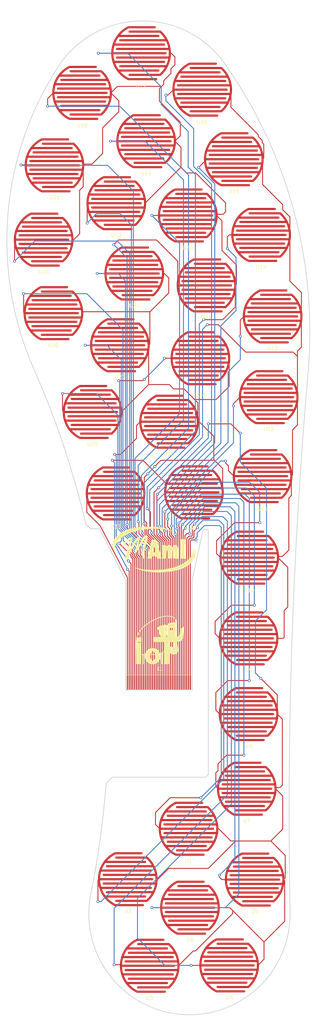
<source format=kicad_pcb>
(kicad_pcb (version 20171130) (host pcbnew "(5.0.0)")
  (layers (0 F.Cu signal) (31 B.Cu signal) (34 B.Paste user) (35 F.Paste user) (36 B.SilkS user) (37 F.SilkS user) (38 B.Mask user) (39 F.Mask user) (44 Edge.Cuts user))
  (net 0 "")
  (net 1 "Net-(J1-Pad1)")
  (net 2 "Net-(J1-Pad2)")
  (net 3 "Net-(J1-Pad3)")
  (net 4 "Net-(J1-Pad4)")
  (net 5 "Net-(J1-Pad5)")
  (net 6 "Net-(J1-Pad6)")
  (net 7 "Net-(J1-Pad7)")
  (net 8 "Net-(J1-Pad8)")
  (net 9 "Net-(J1-Pad9)")
  (net 10 "Net-(J1-Pad10)")
  (net 11 "Net-(J1-Pad11)")
  (net 12 "Net-(J1-Pad12)")
  (net 13 "Net-(J1-Pad13)")
  (net 14 "Net-(J1-Pad14)")
  (net 15 "Net-(J1-Pad15)")
  (net 16 "Net-(J1-Pad16)")
  (net 17 "Net-(J1-Pad17)")
  (net 18 "Net-(J1-Pad18)")
  (net 19 "Net-(J1-Pad19)")
  (net 20 "Net-(J1-Pad20)")
  (net 21 "Net-(J1-Pad21)")
  (net 22 "Net-(J1-Pad22)")
  (net 23 "Net-(J1-Pad23)")
  (net 24 "Net-(J1-Pad24)")
  (net 25 "Net-(J1-Pad25)")
  (net 26 "Net-(J1-Pad26)")
  (net 27 "Net-(J1-Pad27)")
  (net 28 "Net-(J1-Pad28)")
  (net 29 "Net-(J1-Pad29)")
  (net 30 "Net-(J1-Pad30)")
  (net 31 "Net-(J1-Pad31)")
  (net 32 "Net-(J1-Pad32)")
  (net 33 "Net-(J1-Pad33)")
  (net 34 "Net-(J1-Pad34)")
  (net 35 "Net-(J1-Pad35)")
  (net 36 "Net-(J1-Pad36)")
  (module fsr_footprints:FSR_Circle_8mm (layer F.Cu) (at 91.94 149.53 180)
    (fp_text reference U30 (at 0.02 -9.01) (layer F.SilkS))
    (fp_text value FSR)
    (pad 2 smd custom (at 8 0 180) (size 0.5 0.5) (layers F.Cu F.Paste F.Mask) (net 34 "Net-(J1-Pad34)") (options (clearance outline) (anchor circle)) (primitives (gr_line (start -12.8 -4.8) (end -1.7 -4.8) (width 0.6)) (gr_line (start -11.8 7.2) (end -4.5 7.2) (width 0.6)) (gr_line (start -14.4 -2.4) (end -0.5 -2.4) (width 0.6)) (gr_arc (start -8 0) (end -4.5 -7.2) (angle 128.1) (width 0.6)) (gr_line (start -14.4 2.4) (end -0.4 2.4) (width 0.6)) (gr_line (start -12.2 -7.2) (end -4.5 -7.2) (width 0.6)) (gr_line (start -12.8 4.8) (end -1.7 4.8) (width 0.6)) (gr_line (start -14.8 0) (end -0.1 0) (width 0.6))))
    (pad 1 smd custom (at -8 0 180) (size 0.5 0.5) (layers F.Cu F.Paste F.Mask) (net 20 "Net-(J1-Pad20)") (options (clearance outline) (anchor circle)) (primitives (gr_line (start 14.7 -1.2) (end 0.2 -1.2) (width 0.6)) (gr_arc (start 8 0) (end 2.7 6) (angle 97) (width 0.6)) (gr_line (start 11.2 6) (end 2.7 6) (width 0.6)) (gr_line (start 11.2 -6) (end 2.7 -6) (width 0.6)) (gr_line (start 13.8 -3.6) (end 1 -3.6) (width 0.6)) (gr_line (start 13.8 3.6) (end 0.9 3.6) (width 0.6)) (gr_line (start 14.7 1.2) (end 0.2 1.2) (width 0.6))))
  )
  (module fsr_footprints:FSR_Circle_8mm (layer F.Cu) (at 97.34 262.43 180)
    (fp_text reference U1 (at 0.03 -8.85) (layer F.SilkS))
    (fp_text value FSR)
    (pad 2 smd custom (at 8 0 180) (size 0.5 0.5) (layers F.Cu F.Paste F.Mask) (net 1 "Net-(J1-Pad1)") (options (clearance outline) (anchor circle)) (primitives (gr_line (start -12.8 -4.8) (end -1.7 -4.8) (width 0.6)) (gr_line (start -11.8 7.2) (end -4.5 7.2) (width 0.6)) (gr_line (start -14.4 -2.4) (end -0.5 -2.4) (width 0.6)) (gr_arc (start -8 0) (end -4.5 -7.2) (angle 128.1) (width 0.6)) (gr_line (start -14.4 2.4) (end -0.4 2.4) (width 0.6)) (gr_line (start -12.2 -7.2) (end -4.5 -7.2) (width 0.6)) (gr_line (start -12.8 4.8) (end -1.7 4.8) (width 0.6)) (gr_line (start -14.8 0) (end -0.1 0) (width 0.6))))
    (pad 1 smd custom (at -8 0 180) (size 0.5 0.5) (layers F.Cu F.Paste F.Mask) (net 17 "Net-(J1-Pad17)") (options (clearance outline) (anchor circle)) (primitives (gr_line (start 14.7 -1.2) (end 0.2 -1.2) (width 0.6)) (gr_arc (start 8 0) (end 2.7 6) (angle 97) (width 0.6)) (gr_line (start 11.2 6) (end 2.7 6) (width 0.6)) (gr_line (start 11.2 -6) (end 2.7 -6) (width 0.6)) (gr_line (start 13.8 -3.6) (end 1 -3.6) (width 0.6)) (gr_line (start 13.8 3.6) (end 0.9 3.6) (width 0.6)) (gr_line (start 14.7 1.2) (end 0.2 1.2) (width 0.6))))
  )
  (module fsr_footprints:FSR_Circle_8mm (layer F.Cu) (at 80.44 276.43 180)
    (fp_text reference U2 (at -0.1 -8.85) (layer F.SilkS))
    (fp_text value FSR)
    (pad 2 smd custom (at 8 0 180) (size 0.5 0.5) (layers F.Cu F.Paste F.Mask) (net 2 "Net-(J1-Pad2)") (options (clearance outline) (anchor circle)) (primitives (gr_line (start -12.8 -4.8) (end -1.7 -4.8) (width 0.6)) (gr_line (start -11.8 7.2) (end -4.5 7.2) (width 0.6)) (gr_line (start -14.4 -2.4) (end -0.5 -2.4) (width 0.6)) (gr_arc (start -8 0) (end -4.5 -7.2) (angle 128.1) (width 0.6)) (gr_line (start -14.4 2.4) (end -0.4 2.4) (width 0.6)) (gr_line (start -12.2 -7.2) (end -4.5 -7.2) (width 0.6)) (gr_line (start -12.8 4.8) (end -1.7 4.8) (width 0.6)) (gr_line (start -14.8 0) (end -0.1 0) (width 0.6))))
    (pad 1 smd custom (at -8 0 180) (size 0.5 0.5) (layers F.Cu F.Paste F.Mask) (net 17 "Net-(J1-Pad17)") (options (clearance outline) (anchor circle)) (primitives (gr_line (start 14.7 -1.2) (end 0.2 -1.2) (width 0.6)) (gr_arc (start 8 0) (end 2.7 6) (angle 97) (width 0.6)) (gr_line (start 11.2 6) (end 2.7 6) (width 0.6)) (gr_line (start 11.2 -6) (end 2.7 -6) (width 0.6)) (gr_line (start 13.8 -3.6) (end 1 -3.6) (width 0.6)) (gr_line (start 13.8 3.6) (end 0.9 3.6) (width 0.6)) (gr_line (start 14.7 1.2) (end 0.2 1.2) (width 0.6))))
  )
  (module fsr_footprints:FSR_Circle_8mm (layer F.Cu) (at 86.54 300.43 180)
    (fp_text reference U3 (at 0.07 -8.97) (layer F.SilkS))
    (fp_text value FSR)
    (pad 2 smd custom (at 8 0 180) (size 0.5 0.5) (layers F.Cu F.Paste F.Mask) (net 3 "Net-(J1-Pad3)") (options (clearance outline) (anchor circle)) (primitives (gr_line (start -12.8 -4.8) (end -1.7 -4.8) (width 0.6)) (gr_line (start -11.8 7.2) (end -4.5 7.2) (width 0.6)) (gr_line (start -14.4 -2.4) (end -0.5 -2.4) (width 0.6)) (gr_arc (start -8 0) (end -4.5 -7.2) (angle 128.1) (width 0.6)) (gr_line (start -14.4 2.4) (end -0.4 2.4) (width 0.6)) (gr_line (start -12.2 -7.2) (end -4.5 -7.2) (width 0.6)) (gr_line (start -12.8 4.8) (end -1.7 4.8) (width 0.6)) (gr_line (start -14.8 0) (end -0.1 0) (width 0.6))))
    (pad 1 smd custom (at -8 0 180) (size 0.5 0.5) (layers F.Cu F.Paste F.Mask) (net 17 "Net-(J1-Pad17)") (options (clearance outline) (anchor circle)) (primitives (gr_line (start 14.7 -1.2) (end 0.2 -1.2) (width 0.6)) (gr_arc (start 8 0) (end 2.7 6) (angle 97) (width 0.6)) (gr_line (start 11.2 6) (end 2.7 6) (width 0.6)) (gr_line (start 11.2 -6) (end 2.7 -6) (width 0.6)) (gr_line (start 13.8 -3.6) (end 1 -3.6) (width 0.6)) (gr_line (start 13.8 3.6) (end 0.9 3.6) (width 0.6)) (gr_line (start 14.7 1.2) (end 0.2 1.2) (width 0.6))))
  )
  (module fsr_footprints:FSR_Circle_8mm (layer F.Cu) (at 108.64 300.33 180)
    (fp_text reference U4 (at -0.13 -8.97) (layer F.SilkS))
    (fp_text value FSR)
    (pad 2 smd custom (at 8 0 180) (size 0.5 0.5) (layers F.Cu F.Paste F.Mask) (net 4 "Net-(J1-Pad4)") (options (clearance outline) (anchor circle)) (primitives (gr_line (start -12.8 -4.8) (end -1.7 -4.8) (width 0.6)) (gr_line (start -11.8 7.2) (end -4.5 7.2) (width 0.6)) (gr_line (start -14.4 -2.4) (end -0.5 -2.4) (width 0.6)) (gr_arc (start -8 0) (end -4.5 -7.2) (angle 128.1) (width 0.6)) (gr_line (start -14.4 2.4) (end -0.4 2.4) (width 0.6)) (gr_line (start -12.2 -7.2) (end -4.5 -7.2) (width 0.6)) (gr_line (start -12.8 4.8) (end -1.7 4.8) (width 0.6)) (gr_line (start -14.8 0) (end -0.1 0) (width 0.6))))
    (pad 1 smd custom (at -8 0 180) (size 0.5 0.5) (layers F.Cu F.Paste F.Mask) (net 17 "Net-(J1-Pad17)") (options (clearance outline) (anchor circle)) (primitives (gr_line (start 14.7 -1.2) (end 0.2 -1.2) (width 0.6)) (gr_arc (start 8 0) (end 2.7 6) (angle 97) (width 0.6)) (gr_line (start 11.2 6) (end 2.7 6) (width 0.6)) (gr_line (start 11.2 -6) (end 2.7 -6) (width 0.6)) (gr_line (start 13.8 -3.6) (end 1 -3.6) (width 0.6)) (gr_line (start 13.8 3.6) (end 0.9 3.6) (width 0.6)) (gr_line (start 14.7 1.2) (end 0.2 1.2) (width 0.6))))
  )
  (module fsr_footprints:FSR_Circle_8mm (layer F.Cu) (at 115.74 276.53 180)
    (fp_text reference U5 (at -0.1 -8.86) (layer F.SilkS))
    (fp_text value FSR)
    (pad 2 smd custom (at 8 0 180) (size 0.5 0.5) (layers F.Cu F.Paste F.Mask) (net 5 "Net-(J1-Pad5)") (options (clearance outline) (anchor circle)) (primitives (gr_line (start -12.8 -4.8) (end -1.7 -4.8) (width 0.6)) (gr_line (start -11.8 7.2) (end -4.5 7.2) (width 0.6)) (gr_line (start -14.4 -2.4) (end -0.5 -2.4) (width 0.6)) (gr_arc (start -8 0) (end -4.5 -7.2) (angle 128.1) (width 0.6)) (gr_line (start -14.4 2.4) (end -0.4 2.4) (width 0.6)) (gr_line (start -12.2 -7.2) (end -4.5 -7.2) (width 0.6)) (gr_line (start -12.8 4.8) (end -1.7 4.8) (width 0.6)) (gr_line (start -14.8 0) (end -0.1 0) (width 0.6))))
    (pad 1 smd custom (at -8 0 180) (size 0.5 0.5) (layers F.Cu F.Paste F.Mask) (net 17 "Net-(J1-Pad17)") (options (clearance outline) (anchor circle)) (primitives (gr_line (start 14.7 -1.2) (end 0.2 -1.2) (width 0.6)) (gr_arc (start 8 0) (end 2.7 6) (angle 97) (width 0.6)) (gr_line (start 11.2 6) (end 2.7 6) (width 0.6)) (gr_line (start 11.2 -6) (end 2.7 -6) (width 0.6)) (gr_line (start 13.8 -3.6) (end 1 -3.6) (width 0.6)) (gr_line (start 13.8 3.6) (end 0.9 3.6) (width 0.6)) (gr_line (start 14.7 1.2) (end 0.2 1.2) (width 0.6))))
  )
  (module fsr_footprints:FSR_Circle_8mm (layer F.Cu) (at 97.74 284.33 180)
    (fp_text reference U6 (at -0.07 -8.88) (layer F.SilkS))
    (fp_text value FSR)
    (pad 2 smd custom (at 8 0 180) (size 0.5 0.5) (layers F.Cu F.Paste F.Mask) (net 6 "Net-(J1-Pad6)") (options (clearance outline) (anchor circle)) (primitives (gr_line (start -12.8 -4.8) (end -1.7 -4.8) (width 0.6)) (gr_line (start -11.8 7.2) (end -4.5 7.2) (width 0.6)) (gr_line (start -14.4 -2.4) (end -0.5 -2.4) (width 0.6)) (gr_arc (start -8 0) (end -4.5 -7.2) (angle 128.1) (width 0.6)) (gr_line (start -14.4 2.4) (end -0.4 2.4) (width 0.6)) (gr_line (start -12.2 -7.2) (end -4.5 -7.2) (width 0.6)) (gr_line (start -12.8 4.8) (end -1.7 4.8) (width 0.6)) (gr_line (start -14.8 0) (end -0.1 0) (width 0.6))))
    (pad 1 smd custom (at -8 0 180) (size 0.5 0.5) (layers F.Cu F.Paste F.Mask) (net 17 "Net-(J1-Pad17)") (options (clearance outline) (anchor circle)) (primitives (gr_line (start 14.7 -1.2) (end 0.2 -1.2) (width 0.6)) (gr_arc (start 8 0) (end 2.7 6) (angle 97) (width 0.6)) (gr_line (start 11.2 6) (end 2.7 6) (width 0.6)) (gr_line (start 11.2 -6) (end 2.7 -6) (width 0.6)) (gr_line (start 13.8 -3.6) (end 1 -3.6) (width 0.6)) (gr_line (start 13.8 3.6) (end 0.9 3.6) (width 0.6)) (gr_line (start 14.7 1.2) (end 0.2 1.2) (width 0.6))))
  )
  (module fsr_footprints:FSR_Circle_8mm (layer F.Cu) (at 113.54 251.33 180)
    (fp_text reference U7 (at 0.01 -8.92) (layer F.SilkS))
    (fp_text value FSR)
    (pad 2 smd custom (at 8 0 180) (size 0.5 0.5) (layers F.Cu F.Paste F.Mask) (net 7 "Net-(J1-Pad7)") (options (clearance outline) (anchor circle)) (primitives (gr_line (start -12.8 -4.8) (end -1.7 -4.8) (width 0.6)) (gr_line (start -11.8 7.2) (end -4.5 7.2) (width 0.6)) (gr_line (start -14.4 -2.4) (end -0.5 -2.4) (width 0.6)) (gr_arc (start -8 0) (end -4.5 -7.2) (angle 128.1) (width 0.6)) (gr_line (start -14.4 2.4) (end -0.4 2.4) (width 0.6)) (gr_line (start -12.2 -7.2) (end -4.5 -7.2) (width 0.6)) (gr_line (start -12.8 4.8) (end -1.7 4.8) (width 0.6)) (gr_line (start -14.8 0) (end -0.1 0) (width 0.6))))
    (pad 1 smd custom (at -8 0 180) (size 0.5 0.5) (layers F.Cu F.Paste F.Mask) (net 17 "Net-(J1-Pad17)") (options (clearance outline) (anchor circle)) (primitives (gr_line (start 14.7 -1.2) (end 0.2 -1.2) (width 0.6)) (gr_arc (start 8 0) (end 2.7 6) (angle 97) (width 0.6)) (gr_line (start 11.2 6) (end 2.7 6) (width 0.6)) (gr_line (start 11.2 -6) (end 2.7 -6) (width 0.6)) (gr_line (start 13.8 -3.6) (end 1 -3.6) (width 0.6)) (gr_line (start 13.8 3.6) (end 0.9 3.6) (width 0.6)) (gr_line (start 14.7 1.2) (end 0.2 1.2) (width 0.6))))
  )
  (module fsr_footprints:FSR_Circle_8mm (layer F.Cu) (at 114.04 230.63 180)
    (fp_text reference U8 (at -0.01 -8.84) (layer F.SilkS))
    (fp_text value FSR)
    (pad 2 smd custom (at 8 0 180) (size 0.5 0.5) (layers F.Cu F.Paste F.Mask) (net 8 "Net-(J1-Pad8)") (options (clearance outline) (anchor circle)) (primitives (gr_line (start -12.8 -4.8) (end -1.7 -4.8) (width 0.6)) (gr_line (start -11.8 7.2) (end -4.5 7.2) (width 0.6)) (gr_line (start -14.4 -2.4) (end -0.5 -2.4) (width 0.6)) (gr_arc (start -8 0) (end -4.5 -7.2) (angle 128.1) (width 0.6)) (gr_line (start -14.4 2.4) (end -0.4 2.4) (width 0.6)) (gr_line (start -12.2 -7.2) (end -4.5 -7.2) (width 0.6)) (gr_line (start -12.8 4.8) (end -1.7 4.8) (width 0.6)) (gr_line (start -14.8 0) (end -0.1 0) (width 0.6))))
    (pad 1 smd custom (at -8 0 180) (size 0.5 0.5) (layers F.Cu F.Paste F.Mask) (net 17 "Net-(J1-Pad17)") (options (clearance outline) (anchor circle)) (primitives (gr_line (start 14.7 -1.2) (end 0.2 -1.2) (width 0.6)) (gr_arc (start 8 0) (end 2.7 6) (angle 97) (width 0.6)) (gr_line (start 11.2 6) (end 2.7 6) (width 0.6)) (gr_line (start 11.2 -6) (end 2.7 -6) (width 0.6)) (gr_line (start 13.8 -3.6) (end 1 -3.6) (width 0.6)) (gr_line (start 13.8 3.6) (end 0.9 3.6) (width 0.6)) (gr_line (start 14.7 1.2) (end 0.2 1.2) (width 0.6))))
  )
  (module fsr_footprints:FSR_Circle_8mm (layer F.Cu) (at 114.04 209.63 180)
    (fp_text reference U9 (at 0 -8.86) (layer F.SilkS))
    (fp_text value FSR)
    (pad 2 smd custom (at 8 0 180) (size 0.5 0.5) (layers F.Cu F.Paste F.Mask) (net 9 "Net-(J1-Pad9)") (options (clearance outline) (anchor circle)) (primitives (gr_line (start -12.8 -4.8) (end -1.7 -4.8) (width 0.6)) (gr_line (start -11.8 7.2) (end -4.5 7.2) (width 0.6)) (gr_line (start -14.4 -2.4) (end -0.5 -2.4) (width 0.6)) (gr_arc (start -8 0) (end -4.5 -7.2) (angle 128.1) (width 0.6)) (gr_line (start -14.4 2.4) (end -0.4 2.4) (width 0.6)) (gr_line (start -12.2 -7.2) (end -4.5 -7.2) (width 0.6)) (gr_line (start -12.8 4.8) (end -1.7 4.8) (width 0.6)) (gr_line (start -14.8 0) (end -0.1 0) (width 0.6))))
    (pad 1 smd custom (at -8 0 180) (size 0.5 0.5) (layers F.Cu F.Paste F.Mask) (net 18 "Net-(J1-Pad18)") (options (clearance outline) (anchor circle)) (primitives (gr_line (start 14.7 -1.2) (end 0.2 -1.2) (width 0.6)) (gr_arc (start 8 0) (end 2.7 6) (angle 97) (width 0.6)) (gr_line (start 11.2 6) (end 2.7 6) (width 0.6)) (gr_line (start 11.2 -6) (end 2.7 -6) (width 0.6)) (gr_line (start 13.8 -3.6) (end 1 -3.6) (width 0.6)) (gr_line (start 13.8 3.6) (end 0.9 3.6) (width 0.6)) (gr_line (start 14.7 1.2) (end 0.2 1.2) (width 0.6))))
  )
  (module fsr_footprints:FSR_Circle_8mm (layer F.Cu) (at 114.24 187.23 180)
    (fp_text reference U10 (at 0 -9.1) (layer F.SilkS))
    (fp_text value FSR)
    (pad 2 smd custom (at 8 0 180) (size 0.5 0.5) (layers F.Cu F.Paste F.Mask) (net 10 "Net-(J1-Pad10)") (options (clearance outline) (anchor circle)) (primitives (gr_line (start -12.8 -4.8) (end -1.7 -4.8) (width 0.6)) (gr_line (start -11.8 7.2) (end -4.5 7.2) (width 0.6)) (gr_line (start -14.4 -2.4) (end -0.5 -2.4) (width 0.6)) (gr_arc (start -8 0) (end -4.5 -7.2) (angle 128.1) (width 0.6)) (gr_line (start -14.4 2.4) (end -0.4 2.4) (width 0.6)) (gr_line (start -12.2 -7.2) (end -4.5 -7.2) (width 0.6)) (gr_line (start -12.8 4.8) (end -1.7 4.8) (width 0.6)) (gr_line (start -14.8 0) (end -0.1 0) (width 0.6))))
    (pad 1 smd custom (at -8 0 180) (size 0.5 0.5) (layers F.Cu F.Paste F.Mask) (net 18 "Net-(J1-Pad18)") (options (clearance outline) (anchor circle)) (primitives (gr_line (start 14.7 -1.2) (end 0.2 -1.2) (width 0.6)) (gr_arc (start 8 0) (end 2.7 6) (angle 97) (width 0.6)) (gr_line (start 11.2 6) (end 2.7 6) (width 0.6)) (gr_line (start 11.2 -6) (end 2.7 -6) (width 0.6)) (gr_line (start 13.8 -3.6) (end 1 -3.6) (width 0.6)) (gr_line (start 13.8 3.6) (end 0.9 3.6) (width 0.6)) (gr_line (start 14.7 1.2) (end 0.2 1.2) (width 0.6))))
  )
  (module fsr_footprints:FSR_Circle_8mm (layer F.Cu) (at 117.94 164.63 180)
    (fp_text reference U11 (at 0.01 -9.07) (layer F.SilkS))
    (fp_text value FSR)
    (pad 2 smd custom (at 8 0 180) (size 0.5 0.5) (layers F.Cu F.Paste F.Mask) (net 11 "Net-(J1-Pad11)") (options (clearance outline) (anchor circle)) (primitives (gr_line (start -12.8 -4.8) (end -1.7 -4.8) (width 0.6)) (gr_line (start -11.8 7.2) (end -4.5 7.2) (width 0.6)) (gr_line (start -14.4 -2.4) (end -0.5 -2.4) (width 0.6)) (gr_arc (start -8 0) (end -4.5 -7.2) (angle 128.1) (width 0.6)) (gr_line (start -14.4 2.4) (end -0.4 2.4) (width 0.6)) (gr_line (start -12.2 -7.2) (end -4.5 -7.2) (width 0.6)) (gr_line (start -12.8 4.8) (end -1.7 4.8) (width 0.6)) (gr_line (start -14.8 0) (end -0.1 0) (width 0.6))))
    (pad 1 smd custom (at -8 0 180) (size 0.5 0.5) (layers F.Cu F.Paste F.Mask) (net 18 "Net-(J1-Pad18)") (options (clearance outline) (anchor circle)) (primitives (gr_line (start 14.7 -1.2) (end 0.2 -1.2) (width 0.6)) (gr_arc (start 8 0) (end 2.7 6) (angle 97) (width 0.6)) (gr_line (start 11.2 6) (end 2.7 6) (width 0.6)) (gr_line (start 11.2 -6) (end 2.7 -6) (width 0.6)) (gr_line (start 13.8 -3.6) (end 1 -3.6) (width 0.6)) (gr_line (start 13.8 3.6) (end 0.9 3.6) (width 0.6)) (gr_line (start 14.7 1.2) (end 0.2 1.2) (width 0.6))))
  )
  (module fsr_footprints:FSR_Circle_8mm (layer F.Cu) (at 119.64 142.73 180)
    (fp_text reference U12 (at -0.01 -8.85) (layer F.SilkS))
    (fp_text value FSR)
    (pad 2 smd custom (at 8 0 180) (size 0.5 0.5) (layers F.Cu F.Paste F.Mask) (net 12 "Net-(J1-Pad12)") (options (clearance outline) (anchor circle)) (primitives (gr_line (start -12.8 -4.8) (end -1.7 -4.8) (width 0.6)) (gr_line (start -11.8 7.2) (end -4.5 7.2) (width 0.6)) (gr_line (start -14.4 -2.4) (end -0.5 -2.4) (width 0.6)) (gr_arc (start -8 0) (end -4.5 -7.2) (angle 128.1) (width 0.6)) (gr_line (start -14.4 2.4) (end -0.4 2.4) (width 0.6)) (gr_line (start -12.2 -7.2) (end -4.5 -7.2) (width 0.6)) (gr_line (start -12.8 4.8) (end -1.7 4.8) (width 0.6)) (gr_line (start -14.8 0) (end -0.1 0) (width 0.6))))
    (pad 1 smd custom (at -8 0 180) (size 0.5 0.5) (layers F.Cu F.Paste F.Mask) (net 18 "Net-(J1-Pad18)") (options (clearance outline) (anchor circle)) (primitives (gr_line (start 14.7 -1.2) (end 0.2 -1.2) (width 0.6)) (gr_arc (start 8 0) (end 2.7 6) (angle 97) (width 0.6)) (gr_line (start 11.2 6) (end 2.7 6) (width 0.6)) (gr_line (start 11.2 -6) (end 2.7 -6) (width 0.6)) (gr_line (start 13.8 -3.6) (end 1 -3.6) (width 0.6)) (gr_line (start 13.8 3.6) (end 0.9 3.6) (width 0.6)) (gr_line (start 14.7 1.2) (end 0.2 1.2) (width 0.6))))
  )
  (module fsr_footprints:FSR_Circle_8mm (layer F.Cu) (at 120.74 120.33 180)
    (fp_text reference U13 (at 0 -8.89) (layer F.SilkS))
    (fp_text value FSR)
    (pad 2 smd custom (at 8 0 180) (size 0.5 0.5) (layers F.Cu F.Paste F.Mask) (net 13 "Net-(J1-Pad13)") (options (clearance outline) (anchor circle)) (primitives (gr_line (start -12.8 -4.8) (end -1.7 -4.8) (width 0.6)) (gr_line (start -11.8 7.2) (end -4.5 7.2) (width 0.6)) (gr_line (start -14.4 -2.4) (end -0.5 -2.4) (width 0.6)) (gr_arc (start -8 0) (end -4.5 -7.2) (angle 128.1) (width 0.6)) (gr_line (start -14.4 2.4) (end -0.4 2.4) (width 0.6)) (gr_line (start -12.2 -7.2) (end -4.5 -7.2) (width 0.6)) (gr_line (start -12.8 4.8) (end -1.7 4.8) (width 0.6)) (gr_line (start -14.8 0) (end -0.1 0) (width 0.6))))
    (pad 1 smd custom (at -8 0 180) (size 0.5 0.5) (layers F.Cu F.Paste F.Mask) (net 18 "Net-(J1-Pad18)") (options (clearance outline) (anchor circle)) (primitives (gr_line (start 14.7 -1.2) (end 0.2 -1.2) (width 0.6)) (gr_arc (start 8 0) (end 2.7 6) (angle 97) (width 0.6)) (gr_line (start 11.2 6) (end 2.7 6) (width 0.6)) (gr_line (start 11.2 -6) (end 2.7 -6) (width 0.6)) (gr_line (start 13.8 -3.6) (end 1 -3.6) (width 0.6)) (gr_line (start 13.8 3.6) (end 0.9 3.6) (width 0.6)) (gr_line (start 14.7 1.2) (end 0.2 1.2) (width 0.6))))
  )
  (module fsr_footprints:FSR_Circle_8mm (layer F.Cu) (at 117.54 97.73 180)
    (fp_text reference U14 (at 0 -8.95) (layer F.SilkS))
    (fp_text value FSR)
    (pad 2 smd custom (at 8 0 180) (size 0.5 0.5) (layers F.Cu F.Paste F.Mask) (net 14 "Net-(J1-Pad14)") (options (clearance outline) (anchor circle)) (primitives (gr_line (start -12.8 -4.8) (end -1.7 -4.8) (width 0.6)) (gr_line (start -11.8 7.2) (end -4.5 7.2) (width 0.6)) (gr_line (start -14.4 -2.4) (end -0.5 -2.4) (width 0.6)) (gr_arc (start -8 0) (end -4.5 -7.2) (angle 128.1) (width 0.6)) (gr_line (start -14.4 2.4) (end -0.4 2.4) (width 0.6)) (gr_line (start -12.2 -7.2) (end -4.5 -7.2) (width 0.6)) (gr_line (start -12.8 4.8) (end -1.7 4.8) (width 0.6)) (gr_line (start -14.8 0) (end -0.1 0) (width 0.6))))
    (pad 1 smd custom (at -8 0 180) (size 0.5 0.5) (layers F.Cu F.Paste F.Mask) (net 18 "Net-(J1-Pad18)") (options (clearance outline) (anchor circle)) (primitives (gr_line (start 14.7 -1.2) (end 0.2 -1.2) (width 0.6)) (gr_arc (start 8 0) (end 2.7 6) (angle 97) (width 0.6)) (gr_line (start 11.2 6) (end 2.7 6) (width 0.6)) (gr_line (start 11.2 -6) (end 2.7 -6) (width 0.6)) (gr_line (start 13.8 -3.6) (end 1 -3.6) (width 0.6)) (gr_line (start 13.8 3.6) (end 0.9 3.6) (width 0.6)) (gr_line (start 14.7 1.2) (end 0.2 1.2) (width 0.6))))
  )
  (module fsr_footprints:FSR_Circle_8mm (layer F.Cu) (at 109.94 76.73 180)
    (fp_text reference U15 (at 0 -8.91) (layer F.SilkS))
    (fp_text value FSR)
    (pad 2 smd custom (at 8 0 180) (size 0.5 0.5) (layers F.Cu F.Paste F.Mask) (net 15 "Net-(J1-Pad15)") (options (clearance outline) (anchor circle)) (primitives (gr_line (start -12.8 -4.8) (end -1.7 -4.8) (width 0.6)) (gr_line (start -11.8 7.2) (end -4.5 7.2) (width 0.6)) (gr_line (start -14.4 -2.4) (end -0.5 -2.4) (width 0.6)) (gr_arc (start -8 0) (end -4.5 -7.2) (angle 128.1) (width 0.6)) (gr_line (start -14.4 2.4) (end -0.4 2.4) (width 0.6)) (gr_line (start -12.2 -7.2) (end -4.5 -7.2) (width 0.6)) (gr_line (start -12.8 4.8) (end -1.7 4.8) (width 0.6)) (gr_line (start -14.8 0) (end -0.1 0) (width 0.6))))
    (pad 1 smd custom (at -8 0 180) (size 0.5 0.5) (layers F.Cu F.Paste F.Mask) (net 18 "Net-(J1-Pad18)") (options (clearance outline) (anchor circle)) (primitives (gr_line (start 14.7 -1.2) (end 0.2 -1.2) (width 0.6)) (gr_arc (start 8 0) (end 2.7 6) (angle 97) (width 0.6)) (gr_line (start 11.2 6) (end 2.7 6) (width 0.6)) (gr_line (start 11.2 -6) (end 2.7 -6) (width 0.6)) (gr_line (start 13.8 -3.6) (end 1 -3.6) (width 0.6)) (gr_line (start 13.8 3.6) (end 0.9 3.6) (width 0.6)) (gr_line (start 14.7 1.2) (end 0.2 1.2) (width 0.6))))
  )
  (module fsr_footprints:FSR_Circle_8mm (layer F.Cu) (at 101.14 57.43 180)
    (fp_text reference U16 (at -0.01 -9.02) (layer F.SilkS))
    (fp_text value FSR)
    (pad 2 smd custom (at 8 0 180) (size 0.5 0.5) (layers F.Cu F.Paste F.Mask) (net 16 "Net-(J1-Pad16)") (options (clearance outline) (anchor circle)) (primitives (gr_line (start -12.8 -4.8) (end -1.7 -4.8) (width 0.6)) (gr_line (start -11.8 7.2) (end -4.5 7.2) (width 0.6)) (gr_line (start -14.4 -2.4) (end -0.5 -2.4) (width 0.6)) (gr_arc (start -8 0) (end -4.5 -7.2) (angle 128.1) (width 0.6)) (gr_line (start -14.4 2.4) (end -0.4 2.4) (width 0.6)) (gr_line (start -12.2 -7.2) (end -4.5 -7.2) (width 0.6)) (gr_line (start -12.8 4.8) (end -1.7 4.8) (width 0.6)) (gr_line (start -14.8 0) (end -0.1 0) (width 0.6))))
    (pad 1 smd custom (at -8 0 180) (size 0.5 0.5) (layers F.Cu F.Paste F.Mask) (net 18 "Net-(J1-Pad18)") (options (clearance outline) (anchor circle)) (primitives (gr_line (start 14.7 -1.2) (end 0.2 -1.2) (width 0.6)) (gr_arc (start 8 0) (end 2.7 6) (angle 97) (width 0.6)) (gr_line (start 11.2 6) (end 2.7 6) (width 0.6)) (gr_line (start 11.2 -6) (end 2.7 -6) (width 0.6)) (gr_line (start 13.8 -3.6) (end 1 -3.6) (width 0.6)) (gr_line (start 13.8 3.6) (end 0.9 3.6) (width 0.6)) (gr_line (start 14.7 1.2) (end 0.2 1.2) (width 0.6))))
  )
  (module fsr_footprints:FSR_Circle_8mm (layer F.Cu) (at 84.14 47.33 180)
    (fp_text reference U17 (at 0.07 -9.08) (layer F.SilkS))
    (fp_text value FSR)
    (pad 2 smd custom (at 8 0 180) (size 0.5 0.5) (layers F.Cu F.Paste F.Mask) (net 21 "Net-(J1-Pad21)") (options (clearance outline) (anchor circle)) (primitives (gr_line (start -12.8 -4.8) (end -1.7 -4.8) (width 0.6)) (gr_line (start -11.8 7.2) (end -4.5 7.2) (width 0.6)) (gr_line (start -14.4 -2.4) (end -0.5 -2.4) (width 0.6)) (gr_arc (start -8 0) (end -4.5 -7.2) (angle 128.1) (width 0.6)) (gr_line (start -14.4 2.4) (end -0.4 2.4) (width 0.6)) (gr_line (start -12.2 -7.2) (end -4.5 -7.2) (width 0.6)) (gr_line (start -12.8 4.8) (end -1.7 4.8) (width 0.6)) (gr_line (start -14.8 0) (end -0.1 0) (width 0.6))))
    (pad 1 smd custom (at -8 0 180) (size 0.5 0.5) (layers F.Cu F.Paste F.Mask) (net 19 "Net-(J1-Pad19)") (options (clearance outline) (anchor circle)) (primitives (gr_line (start 14.7 -1.2) (end 0.2 -1.2) (width 0.6)) (gr_arc (start 8 0) (end 2.7 6) (angle 97) (width 0.6)) (gr_line (start 11.2 6) (end 2.7 6) (width 0.6)) (gr_line (start 11.2 -6) (end 2.7 -6) (width 0.6)) (gr_line (start 13.8 -3.6) (end 1 -3.6) (width 0.6)) (gr_line (start 13.8 3.6) (end 0.9 3.6) (width 0.6)) (gr_line (start 14.7 1.2) (end 0.2 1.2) (width 0.6))))
  )
  (module fsr_footprints:FSR_Circle_8mm (layer F.Cu) (at 67.74 58.33 180)
    (fp_text reference U18 (at 0 -9.1) (layer F.SilkS))
    (fp_text value FSR)
    (pad 2 smd custom (at 8 0 180) (size 0.5 0.5) (layers F.Cu F.Paste F.Mask) (net 22 "Net-(J1-Pad22)") (options (clearance outline) (anchor circle)) (primitives (gr_line (start -12.8 -4.8) (end -1.7 -4.8) (width 0.6)) (gr_line (start -11.8 7.2) (end -4.5 7.2) (width 0.6)) (gr_line (start -14.4 -2.4) (end -0.5 -2.4) (width 0.6)) (gr_arc (start -8 0) (end -4.5 -7.2) (angle 128.1) (width 0.6)) (gr_line (start -14.4 2.4) (end -0.4 2.4) (width 0.6)) (gr_line (start -12.2 -7.2) (end -4.5 -7.2) (width 0.6)) (gr_line (start -12.8 4.8) (end -1.7 4.8) (width 0.6)) (gr_line (start -14.8 0) (end -0.1 0) (width 0.6))))
    (pad 1 smd custom (at -8 0 180) (size 0.5 0.5) (layers F.Cu F.Paste F.Mask) (net 19 "Net-(J1-Pad19)") (options (clearance outline) (anchor circle)) (primitives (gr_line (start 14.7 -1.2) (end 0.2 -1.2) (width 0.6)) (gr_arc (start 8 0) (end 2.7 6) (angle 97) (width 0.6)) (gr_line (start 11.2 6) (end 2.7 6) (width 0.6)) (gr_line (start 11.2 -6) (end 2.7 -6) (width 0.6)) (gr_line (start 13.8 -3.6) (end 1 -3.6) (width 0.6)) (gr_line (start 13.8 3.6) (end 0.9 3.6) (width 0.6)) (gr_line (start 14.7 1.2) (end 0.2 1.2) (width 0.6))))
  )
  (module fsr_footprints:FSR_Circle_8mm (layer F.Cu) (at 85.54 71.73 180)
    (fp_text reference U19 (at 0.02 -8.98) (layer F.SilkS))
    (fp_text value FSR)
    (pad 2 smd custom (at 8 0 180) (size 0.5 0.5) (layers F.Cu F.Paste F.Mask) (net 23 "Net-(J1-Pad23)") (options (clearance outline) (anchor circle)) (primitives (gr_line (start -12.8 -4.8) (end -1.7 -4.8) (width 0.6)) (gr_line (start -11.8 7.2) (end -4.5 7.2) (width 0.6)) (gr_line (start -14.4 -2.4) (end -0.5 -2.4) (width 0.6)) (gr_arc (start -8 0) (end -4.5 -7.2) (angle 128.1) (width 0.6)) (gr_line (start -14.4 2.4) (end -0.4 2.4) (width 0.6)) (gr_line (start -12.2 -7.2) (end -4.5 -7.2) (width 0.6)) (gr_line (start -12.8 4.8) (end -1.7 4.8) (width 0.6)) (gr_line (start -14.8 0) (end -0.1 0) (width 0.6))))
    (pad 1 smd custom (at -8 0 180) (size 0.5 0.5) (layers F.Cu F.Paste F.Mask) (net 19 "Net-(J1-Pad19)") (options (clearance outline) (anchor circle)) (primitives (gr_line (start 14.7 -1.2) (end 0.2 -1.2) (width 0.6)) (gr_arc (start 8 0) (end 2.7 6) (angle 97) (width 0.6)) (gr_line (start 11.2 6) (end 2.7 6) (width 0.6)) (gr_line (start 11.2 -6) (end 2.7 -6) (width 0.6)) (gr_line (start 13.8 -3.6) (end 1 -3.6) (width 0.6)) (gr_line (start 13.8 3.6) (end 0.9 3.6) (width 0.6)) (gr_line (start 14.7 1.2) (end 0.2 1.2) (width 0.6))))
  )
  (module fsr_footprints:FSR_Circle_8mm (layer F.Cu) (at 97.14 92.33 180)
    (fp_text reference U20 (at 0.02 -9.04) (layer F.SilkS))
    (fp_text value FSR)
    (pad 2 smd custom (at 8 0 180) (size 0.5 0.5) (layers F.Cu F.Paste F.Mask) (net 24 "Net-(J1-Pad24)") (options (clearance outline) (anchor circle)) (primitives (gr_line (start -12.8 -4.8) (end -1.7 -4.8) (width 0.6)) (gr_line (start -11.8 7.2) (end -4.5 7.2) (width 0.6)) (gr_line (start -14.4 -2.4) (end -0.5 -2.4) (width 0.6)) (gr_arc (start -8 0) (end -4.5 -7.2) (angle 128.1) (width 0.6)) (gr_line (start -14.4 2.4) (end -0.4 2.4) (width 0.6)) (gr_line (start -12.2 -7.2) (end -4.5 -7.2) (width 0.6)) (gr_line (start -12.8 4.8) (end -1.7 4.8) (width 0.6)) (gr_line (start -14.8 0) (end -0.1 0) (width 0.6))))
    (pad 1 smd custom (at -8 0 180) (size 0.5 0.5) (layers F.Cu F.Paste F.Mask) (net 19 "Net-(J1-Pad19)") (options (clearance outline) (anchor circle)) (primitives (gr_line (start 14.7 -1.2) (end 0.2 -1.2) (width 0.6)) (gr_arc (start 8 0) (end 2.7 6) (angle 97) (width 0.6)) (gr_line (start 11.2 6) (end 2.7 6) (width 0.6)) (gr_line (start 11.2 -6) (end 2.7 -6) (width 0.6)) (gr_line (start 13.8 -3.6) (end 1 -3.6) (width 0.6)) (gr_line (start 13.8 3.6) (end 0.9 3.6) (width 0.6)) (gr_line (start 14.7 1.2) (end 0.2 1.2) (width 0.6))))
  )
  (module fsr_footprints:FSR_Circle_8mm (layer F.Cu) (at 60.04 78.43 180)
    (fp_text reference U21 (at 0 -8.93) (layer F.SilkS))
    (fp_text value FSR)
    (pad 2 smd custom (at 8 0 180) (size 0.5 0.5) (layers F.Cu F.Paste F.Mask) (net 25 "Net-(J1-Pad25)") (options (clearance outline) (anchor circle)) (primitives (gr_line (start -12.8 -4.8) (end -1.7 -4.8) (width 0.6)) (gr_line (start -11.8 7.2) (end -4.5 7.2) (width 0.6)) (gr_line (start -14.4 -2.4) (end -0.5 -2.4) (width 0.6)) (gr_arc (start -8 0) (end -4.5 -7.2) (angle 128.1) (width 0.6)) (gr_line (start -14.4 2.4) (end -0.4 2.4) (width 0.6)) (gr_line (start -12.2 -7.2) (end -4.5 -7.2) (width 0.6)) (gr_line (start -12.8 4.8) (end -1.7 4.8) (width 0.6)) (gr_line (start -14.8 0) (end -0.1 0) (width 0.6))))
    (pad 1 smd custom (at -8 0 180) (size 0.5 0.5) (layers F.Cu F.Paste F.Mask) (net 19 "Net-(J1-Pad19)") (options (clearance outline) (anchor circle)) (primitives (gr_line (start 14.7 -1.2) (end 0.2 -1.2) (width 0.6)) (gr_arc (start 8 0) (end 2.7 6) (angle 97) (width 0.6)) (gr_line (start 11.2 6) (end 2.7 6) (width 0.6)) (gr_line (start 11.2 -6) (end 2.7 -6) (width 0.6)) (gr_line (start 13.8 -3.6) (end 1 -3.6) (width 0.6)) (gr_line (start 13.8 3.6) (end 0.9 3.6) (width 0.6)) (gr_line (start 14.7 1.2) (end 0.2 1.2) (width 0.6))))
  )
  (module fsr_footprints:FSR_Circle_8mm (layer F.Cu) (at 77.24 88.93 180)
    (fp_text reference U22 (at 0 -8.9) (layer F.SilkS))
    (fp_text value FSR)
    (pad 2 smd custom (at 8 0 180) (size 0.5 0.5) (layers F.Cu F.Paste F.Mask) (net 26 "Net-(J1-Pad26)") (options (clearance outline) (anchor circle)) (primitives (gr_line (start -12.8 -4.8) (end -1.7 -4.8) (width 0.6)) (gr_line (start -11.8 7.2) (end -4.5 7.2) (width 0.6)) (gr_line (start -14.4 -2.4) (end -0.5 -2.4) (width 0.6)) (gr_arc (start -8 0) (end -4.5 -7.2) (angle 128.1) (width 0.6)) (gr_line (start -14.4 2.4) (end -0.4 2.4) (width 0.6)) (gr_line (start -12.2 -7.2) (end -4.5 -7.2) (width 0.6)) (gr_line (start -12.8 4.8) (end -1.7 4.8) (width 0.6)) (gr_line (start -14.8 0) (end -0.1 0) (width 0.6))))
    (pad 1 smd custom (at -8 0 180) (size 0.5 0.5) (layers F.Cu F.Paste F.Mask) (net 19 "Net-(J1-Pad19)") (options (clearance outline) (anchor circle)) (primitives (gr_line (start 14.7 -1.2) (end 0.2 -1.2) (width 0.6)) (gr_arc (start 8 0) (end 2.7 6) (angle 97) (width 0.6)) (gr_line (start 11.2 6) (end 2.7 6) (width 0.6)) (gr_line (start 11.2 -6) (end 2.7 -6) (width 0.6)) (gr_line (start 13.8 -3.6) (end 1 -3.6) (width 0.6)) (gr_line (start 13.8 3.6) (end 0.9 3.6) (width 0.6)) (gr_line (start 14.7 1.2) (end 0.2 1.2) (width 0.6))))
  )
  (module fsr_footprints:FSR_Circle_8mm (layer F.Cu) (at 57.04 99.03 180)
    (fp_text reference U23 (at 0.01 -8.92) (layer F.SilkS))
    (fp_text value FSR)
    (pad 2 smd custom (at 8 0 180) (size 0.5 0.5) (layers F.Cu F.Paste F.Mask) (net 27 "Net-(J1-Pad27)") (options (clearance outline) (anchor circle)) (primitives (gr_line (start -12.8 -4.8) (end -1.7 -4.8) (width 0.6)) (gr_line (start -11.8 7.2) (end -4.5 7.2) (width 0.6)) (gr_line (start -14.4 -2.4) (end -0.5 -2.4) (width 0.6)) (gr_arc (start -8 0) (end -4.5 -7.2) (angle 128.1) (width 0.6)) (gr_line (start -14.4 2.4) (end -0.4 2.4) (width 0.6)) (gr_line (start -12.2 -7.2) (end -4.5 -7.2) (width 0.6)) (gr_line (start -12.8 4.8) (end -1.7 4.8) (width 0.6)) (gr_line (start -14.8 0) (end -0.1 0) (width 0.6))))
    (pad 1 smd custom (at -8 0 180) (size 0.5 0.5) (layers F.Cu F.Paste F.Mask) (net 19 "Net-(J1-Pad19)") (options (clearance outline) (anchor circle)) (primitives (gr_line (start 14.7 -1.2) (end 0.2 -1.2) (width 0.6)) (gr_arc (start 8 0) (end 2.7 6) (angle 97) (width 0.6)) (gr_line (start 11.2 6) (end 2.7 6) (width 0.6)) (gr_line (start 11.2 -6) (end 2.7 -6) (width 0.6)) (gr_line (start 13.8 -3.6) (end 1 -3.6) (width 0.6)) (gr_line (start 13.8 3.6) (end 0.9 3.6) (width 0.6)) (gr_line (start 14.7 1.2) (end 0.2 1.2) (width 0.6))))
  )
  (module fsr_footprints:FSR_Circle_8mm (layer F.Cu) (at 102.34 111.73 180)
    (fp_text reference U24 (at 0.04 -8.82) (layer F.SilkS))
    (fp_text value FSR)
    (pad 2 smd custom (at 8 0 180) (size 0.5 0.5) (layers F.Cu F.Paste F.Mask) (net 28 "Net-(J1-Pad28)") (options (clearance outline) (anchor circle)) (primitives (gr_line (start -12.8 -4.8) (end -1.7 -4.8) (width 0.6)) (gr_line (start -11.8 7.2) (end -4.5 7.2) (width 0.6)) (gr_line (start -14.4 -2.4) (end -0.5 -2.4) (width 0.6)) (gr_arc (start -8 0) (end -4.5 -7.2) (angle 128.1) (width 0.6)) (gr_line (start -14.4 2.4) (end -0.4 2.4) (width 0.6)) (gr_line (start -12.2 -7.2) (end -4.5 -7.2) (width 0.6)) (gr_line (start -12.8 4.8) (end -1.7 4.8) (width 0.6)) (gr_line (start -14.8 0) (end -0.1 0) (width 0.6))))
    (pad 1 smd custom (at -8 0 180) (size 0.5 0.5) (layers F.Cu F.Paste F.Mask) (net 19 "Net-(J1-Pad19)") (options (clearance outline) (anchor circle)) (primitives (gr_line (start 14.7 -1.2) (end 0.2 -1.2) (width 0.6)) (gr_arc (start 8 0) (end 2.7 6) (angle 97) (width 0.6)) (gr_line (start 11.2 6) (end 2.7 6) (width 0.6)) (gr_line (start 11.2 -6) (end 2.7 -6) (width 0.6)) (gr_line (start 13.8 -3.6) (end 1 -3.6) (width 0.6)) (gr_line (start 13.8 3.6) (end 0.9 3.6) (width 0.6)) (gr_line (start 14.7 1.2) (end 0.2 1.2) (width 0.6))))
  )
  (module fsr_footprints:FSR_Circle_8mm (layer F.Cu) (at 82.24 108.43 180)
    (fp_text reference U25 (at 0 -8.93) (layer F.SilkS))
    (fp_text value FSR)
    (pad 2 smd custom (at 8 0 180) (size 0.5 0.5) (layers F.Cu F.Paste F.Mask) (net 29 "Net-(J1-Pad29)") (options (clearance outline) (anchor circle)) (primitives (gr_line (start -12.8 -4.8) (end -1.7 -4.8) (width 0.6)) (gr_line (start -11.8 7.2) (end -4.5 7.2) (width 0.6)) (gr_line (start -14.4 -2.4) (end -0.5 -2.4) (width 0.6)) (gr_arc (start -8 0) (end -4.5 -7.2) (angle 128.1) (width 0.6)) (gr_line (start -14.4 2.4) (end -0.4 2.4) (width 0.6)) (gr_line (start -12.2 -7.2) (end -4.5 -7.2) (width 0.6)) (gr_line (start -12.8 4.8) (end -1.7 4.8) (width 0.6)) (gr_line (start -14.8 0) (end -0.1 0) (width 0.6))))
    (pad 1 smd custom (at -8 0 180) (size 0.5 0.5) (layers F.Cu F.Paste F.Mask) (net 20 "Net-(J1-Pad20)") (options (clearance outline) (anchor circle)) (primitives (gr_line (start 14.7 -1.2) (end 0.2 -1.2) (width 0.6)) (gr_arc (start 8 0) (end 2.7 6) (angle 97) (width 0.6)) (gr_line (start 11.2 6) (end 2.7 6) (width 0.6)) (gr_line (start 11.2 -6) (end 2.7 -6) (width 0.6)) (gr_line (start 13.8 -3.6) (end 1 -3.6) (width 0.6)) (gr_line (start 13.8 3.6) (end 0.9 3.6) (width 0.6)) (gr_line (start 14.7 1.2) (end 0.2 1.2) (width 0.6))))
  )
  (module fsr_footprints:FSR_Circle_8mm (layer F.Cu) (at 59.74 119.43 180)
    (fp_text reference U26 (at 0.01 -8.9) (layer F.SilkS))
    (fp_text value FSR)
    (pad 2 smd custom (at 8 0 180) (size 0.5 0.5) (layers F.Cu F.Paste F.Mask) (net 30 "Net-(J1-Pad30)") (options (clearance outline) (anchor circle)) (primitives (gr_line (start -12.8 -4.8) (end -1.7 -4.8) (width 0.6)) (gr_line (start -11.8 7.2) (end -4.5 7.2) (width 0.6)) (gr_line (start -14.4 -2.4) (end -0.5 -2.4) (width 0.6)) (gr_arc (start -8 0) (end -4.5 -7.2) (angle 128.1) (width 0.6)) (gr_line (start -14.4 2.4) (end -0.4 2.4) (width 0.6)) (gr_line (start -12.2 -7.2) (end -4.5 -7.2) (width 0.6)) (gr_line (start -12.8 4.8) (end -1.7 4.8) (width 0.6)) (gr_line (start -14.8 0) (end -0.1 0) (width 0.6))))
    (pad 1 smd custom (at -8 0 180) (size 0.5 0.5) (layers F.Cu F.Paste F.Mask) (net 20 "Net-(J1-Pad20)") (options (clearance outline) (anchor circle)) (primitives (gr_line (start 14.7 -1.2) (end 0.2 -1.2) (width 0.6)) (gr_arc (start 8 0) (end 2.7 6) (angle 97) (width 0.6)) (gr_line (start 11.2 6) (end 2.7 6) (width 0.6)) (gr_line (start 11.2 -6) (end 2.7 -6) (width 0.6)) (gr_line (start 13.8 -3.6) (end 1 -3.6) (width 0.6)) (gr_line (start 13.8 3.6) (end 0.9 3.6) (width 0.6)) (gr_line (start 14.7 1.2) (end 0.2 1.2) (width 0.6))))
  )
  (module fsr_footprints:FSR_Circle_8mm (layer F.Cu) (at 78.24 128.33 180)
    (fp_text reference U27 (at 0 -8.84) (layer F.SilkS))
    (fp_text value FSR)
    (pad 2 smd custom (at 8 0 180) (size 0.5 0.5) (layers F.Cu F.Paste F.Mask) (net 31 "Net-(J1-Pad31)") (options (clearance outline) (anchor circle)) (primitives (gr_line (start -12.8 -4.8) (end -1.7 -4.8) (width 0.6)) (gr_line (start -11.8 7.2) (end -4.5 7.2) (width 0.6)) (gr_line (start -14.4 -2.4) (end -0.5 -2.4) (width 0.6)) (gr_arc (start -8 0) (end -4.5 -7.2) (angle 128.1) (width 0.6)) (gr_line (start -14.4 2.4) (end -0.4 2.4) (width 0.6)) (gr_line (start -12.2 -7.2) (end -4.5 -7.2) (width 0.6)) (gr_line (start -12.8 4.8) (end -1.7 4.8) (width 0.6)) (gr_line (start -14.8 0) (end -0.1 0) (width 0.6))))
    (pad 1 smd custom (at -8 0 180) (size 0.5 0.5) (layers F.Cu F.Paste F.Mask) (net 20 "Net-(J1-Pad20)") (options (clearance outline) (anchor circle)) (primitives (gr_line (start 14.7 -1.2) (end 0.2 -1.2) (width 0.6)) (gr_arc (start 8 0) (end 2.7 6) (angle 97) (width 0.6)) (gr_line (start 11.2 6) (end 2.7 6) (width 0.6)) (gr_line (start 11.2 -6) (end 2.7 -6) (width 0.6)) (gr_line (start 13.8 -3.6) (end 1 -3.6) (width 0.6)) (gr_line (start 13.8 3.6) (end 0.9 3.6) (width 0.6)) (gr_line (start 14.7 1.2) (end 0.2 1.2) (width 0.6))))
  )
  (module fsr_footprints:FSR_Circle_8mm (layer F.Cu) (at 100.64 131.93 180)
    (fp_text reference U28 (at 0 -10.2) (layer F.SilkS))
    (fp_text value FSR)
    (pad 2 smd custom (at 8 0 180) (size 0.5 0.5) (layers F.Cu F.Paste F.Mask) (net 32 "Net-(J1-Pad32)") (options (clearance outline) (anchor circle)) (primitives (gr_line (start -12.8 -4.8) (end -1.7 -4.8) (width 0.6)) (gr_line (start -11.8 7.2) (end -4.5 7.2) (width 0.6)) (gr_line (start -14.4 -2.4) (end -0.5 -2.4) (width 0.6)) (gr_arc (start -8 0) (end -4.5 -7.2) (angle 128.1) (width 0.6)) (gr_line (start -14.4 2.4) (end -0.4 2.4) (width 0.6)) (gr_line (start -12.2 -7.2) (end -4.5 -7.2) (width 0.6)) (gr_line (start -12.8 4.8) (end -1.7 4.8) (width 0.6)) (gr_line (start -14.8 0) (end -0.1 0) (width 0.6))))
    (pad 1 smd custom (at -8 0 180) (size 0.5 0.5) (layers F.Cu F.Paste F.Mask) (net 20 "Net-(J1-Pad20)") (options (clearance outline) (anchor circle)) (primitives (gr_line (start 14.7 -1.2) (end 0.2 -1.2) (width 0.6)) (gr_arc (start 8 0) (end 2.7 6) (angle 97) (width 0.6)) (gr_line (start 11.2 6) (end 2.7 6) (width 0.6)) (gr_line (start 11.2 -6) (end 2.7 -6) (width 0.6)) (gr_line (start 13.8 -3.6) (end 1 -3.6) (width 0.6)) (gr_line (start 13.8 3.6) (end 0.9 3.6) (width 0.6)) (gr_line (start 14.7 1.2) (end 0.2 1.2) (width 0.6))))
  )
  (module fsr_footprints:FSR_Circle_8mm (layer F.Cu) (at 70.64 146.83 180)
    (fp_text reference U29 (at 0 -8.92) (layer F.SilkS))
    (fp_text value FSR)
    (pad 2 smd custom (at 8 0 180) (size 0.5 0.5) (layers F.Cu F.Paste F.Mask) (net 33 "Net-(J1-Pad33)") (options (clearance outline) (anchor circle)) (primitives (gr_line (start -12.8 -4.8) (end -1.7 -4.8) (width 0.6)) (gr_line (start -11.8 7.2) (end -4.5 7.2) (width 0.6)) (gr_line (start -14.4 -2.4) (end -0.5 -2.4) (width 0.6)) (gr_arc (start -8 0) (end -4.5 -7.2) (angle 128.1) (width 0.6)) (gr_line (start -14.4 2.4) (end -0.4 2.4) (width 0.6)) (gr_line (start -12.2 -7.2) (end -4.5 -7.2) (width 0.6)) (gr_line (start -12.8 4.8) (end -1.7 4.8) (width 0.6)) (gr_line (start -14.8 0) (end -0.1 0) (width 0.6))))
    (pad 1 smd custom (at -8 0 180) (size 0.5 0.5) (layers F.Cu F.Paste F.Mask) (net 20 "Net-(J1-Pad20)") (options (clearance outline) (anchor circle)) (primitives (gr_line (start 14.7 -1.2) (end 0.2 -1.2) (width 0.6)) (gr_arc (start 8 0) (end 2.7 6) (angle 97) (width 0.6)) (gr_line (start 11.2 6) (end 2.7 6) (width 0.6)) (gr_line (start 11.2 -6) (end 2.7 -6) (width 0.6)) (gr_line (start 13.8 -3.6) (end 1 -3.6) (width 0.6)) (gr_line (start 13.8 3.6) (end 0.9 3.6) (width 0.6)) (gr_line (start 14.7 1.2) (end 0.2 1.2) (width 0.6))))
  )
  (module fsr_footprints:FSR_Circle_8mm (layer F.Cu) (at 98.84 169.13 180)
    (fp_text reference U31 (at 0.75 -9.88) (layer F.SilkS))
    (fp_text value FSR)
    (pad 2 smd custom (at 8 0 180) (size 0.5 0.5) (layers F.Cu F.Paste F.Mask) (net 35 "Net-(J1-Pad35)") (options (clearance outline) (anchor circle)) (primitives (gr_line (start -12.8 -4.8) (end -1.7 -4.8) (width 0.6)) (gr_line (start -11.8 7.2) (end -4.5 7.2) (width 0.6)) (gr_line (start -14.4 -2.4) (end -0.5 -2.4) (width 0.6)) (gr_arc (start -8 0) (end -4.5 -7.2) (angle 128.1) (width 0.6)) (gr_line (start -14.4 2.4) (end -0.4 2.4) (width 0.6)) (gr_line (start -12.2 -7.2) (end -4.5 -7.2) (width 0.6)) (gr_line (start -12.8 4.8) (end -1.7 4.8) (width 0.6)) (gr_line (start -14.8 0) (end -0.1 0) (width 0.6))))
    (pad 1 smd custom (at -8 0 180) (size 0.5 0.5) (layers F.Cu F.Paste F.Mask) (net 20 "Net-(J1-Pad20)") (options (clearance outline) (anchor circle)) (primitives (gr_line (start 14.7 -1.2) (end 0.2 -1.2) (width 0.6)) (gr_arc (start 8 0) (end 2.7 6) (angle 97) (width 0.6)) (gr_line (start 11.2 6) (end 2.7 6) (width 0.6)) (gr_line (start 11.2 -6) (end 2.7 -6) (width 0.6)) (gr_line (start 13.8 -3.6) (end 1 -3.6) (width 0.6)) (gr_line (start 13.8 3.6) (end 0.9 3.6) (width 0.6)) (gr_line (start 14.7 1.2) (end 0.2 1.2) (width 0.6))))
  )
  (module fsr_footprints:FSR_Circle_8mm (layer F.Cu) (at 77.04 169.43 180)
    (fp_text reference U32 (at 0 -9.22) (layer F.SilkS))
    (fp_text value FSR)
    (pad 2 smd custom (at 8 0 180) (size 0.5 0.5) (layers F.Cu F.Paste F.Mask) (net 36 "Net-(J1-Pad36)") (options (clearance outline) (anchor circle)) (primitives (gr_line (start -12.8 -4.8) (end -1.7 -4.8) (width 0.6)) (gr_line (start -11.8 7.2) (end -4.5 7.2) (width 0.6)) (gr_line (start -14.4 -2.4) (end -0.5 -2.4) (width 0.6)) (gr_arc (start -8 0) (end -4.5 -7.2) (angle 128.1) (width 0.6)) (gr_line (start -14.4 2.4) (end -0.4 2.4) (width 0.6)) (gr_line (start -12.2 -7.2) (end -4.5 -7.2) (width 0.6)) (gr_line (start -12.8 4.8) (end -1.7 4.8) (width 0.6)) (gr_line (start -14.8 0) (end -0.1 0) (width 0.6))))
    (pad 1 smd custom (at -8 0 180) (size 0.5 0.5) (layers F.Cu F.Paste F.Mask) (net 20 "Net-(J1-Pad20)") (options (clearance outline) (anchor circle)) (primitives (gr_line (start 14.7 -1.2) (end 0.2 -1.2) (width 0.6)) (gr_arc (start 8 0) (end 2.7 6) (angle 97) (width 0.6)) (gr_line (start 11.2 6) (end 2.7 6) (width 0.6)) (gr_line (start 11.2 -6) (end 2.7 -6) (width 0.6)) (gr_line (start 13.8 -3.6) (end 1 -3.6) (width 0.6)) (gr_line (start 13.8 3.6) (end 0.9 3.6) (width 0.6)) (gr_line (start 14.7 1.2) (end 0.2 1.2) (width 0.6))))
  )
  (module mounting_hole:mounting_hole_4mm (layer F.Cu) (at 84.94 59.43 180)
    (fp_text reference "" (at 0.35 -3.55 180) (layer F.SilkS) (effects (justify mirror)))
    (fp_text value mounting_hole_4mm)
    (pad "" np_thru_hole circle (at 0 0 180) (size 4 4) (drill 4) (layers *.Cu *.Mask))
  )
  (module mounting_hole:mounting_hole_4mm (layer F.Cu) (at 89.94 120.43 180)
    (fp_text reference "" (at 0.35 -3.55 180) (layer F.SilkS) (effects (justify mirror)))
    (fp_text value mounting_hole_4mm)
    (pad "" np_thru_hole circle (at 0 0 180) (size 4 4) (drill 4) (layers *.Cu *.Mask))
  )
  (module mounting_hole:mounting_hole_4mm (layer F.Cu) (at 122.14 198.63 180)
    (fp_text reference "" (at 0.35 -3.55 180) (layer F.SilkS) (effects (justify mirror)))
    (fp_text value mounting_hole_4mm)
    (pad "" np_thru_hole circle (at 0 0 180) (size 4 4) (drill 4) (layers *.Cu *.Mask))
  )
  (module mounting_hole:mounting_hole_4mm (layer F.Cu) (at 97.74 306.83 180)
    (fp_text reference "" (at 0.35 -3.55 180) (layer F.SilkS) (effects (justify mirror)))
    (fp_text value mounting_hole_4mm)
    (pad "" np_thru_hole circle (at 0 0 180) (size 4 4) (drill 4) (layers *.Cu *.Mask))
  )
  (module mounting_hole:mounting_hole_4mm (layer F.Cu) (at 81.84 256.13 180)
    (fp_text reference "" (at 0.35 -3.55 180) (layer F.SilkS) (effects (justify mirror)))
    (fp_text value mounting_hole_4mm)
    (pad "" np_thru_hole circle (at 0 0 180) (size 4 4) (drill 4) (layers *.Cu *.Mask))
  )
  (module insole_guide_Stiffener:insole_guide_43_Stiffener (layer F.Cu) (at 101.84 180.93 180)
    (fp_text reference "" (at 8.5 33.4 180) (layer F.SilkS))
    (fp_text value insole_guide_43_Stiffener)
  )
  (module fpc_female:fpc_female_36_pitch_0.5mm (layer F.Cu) (at 89.34 223.83 180)
    (fp_text reference J1 (at 0.06 5.8 180) (layer F.SilkS))
    (fp_text value Conn_01x36_Male)
    (pad 36 smd rect (at 9 2 180) (size 0.3 4) (layers F.Cu F.Paste F.Mask) (net 36 "Net-(J1-Pad36)"))
    (pad 35 smd rect (at 8.5 2 180) (size 0.3 4) (layers F.Cu F.Paste F.Mask) (net 35 "Net-(J1-Pad35)"))
    (pad 34 smd rect (at 8 2 180) (size 0.3 4) (layers F.Cu F.Paste F.Mask) (net 34 "Net-(J1-Pad34)"))
    (pad 33 smd rect (at 7.5 2 180) (size 0.3 4) (layers F.Cu F.Paste F.Mask) (net 33 "Net-(J1-Pad33)"))
    (pad 32 smd rect (at 7 2 180) (size 0.3 4) (layers F.Cu F.Paste F.Mask) (net 32 "Net-(J1-Pad32)"))
    (pad 31 smd rect (at 6.5 2 180) (size 0.3 4) (layers F.Cu F.Paste F.Mask) (net 31 "Net-(J1-Pad31)"))
    (pad 30 smd rect (at 6 2 180) (size 0.3 4) (layers F.Cu F.Paste F.Mask) (net 30 "Net-(J1-Pad30)"))
    (pad 29 smd rect (at 5.5 2 180) (size 0.3 4) (layers F.Cu F.Paste F.Mask) (net 29 "Net-(J1-Pad29)"))
    (pad 28 smd rect (at 5 2 180) (size 0.3 4) (layers F.Cu F.Paste F.Mask) (net 28 "Net-(J1-Pad28)"))
    (pad 27 smd rect (at 4.5 2 180) (size 0.3 4) (layers F.Cu F.Paste F.Mask) (net 27 "Net-(J1-Pad27)"))
    (pad 26 smd rect (at 4 2 180) (size 0.3 4) (layers F.Cu F.Paste F.Mask) (net 26 "Net-(J1-Pad26)"))
    (pad 25 smd rect (at 3.5 2 180) (size 0.3 4) (layers F.Cu F.Paste F.Mask) (net 25 "Net-(J1-Pad25)"))
    (pad 24 smd rect (at 3 2 180) (size 0.3 4) (layers F.Cu F.Paste F.Mask) (net 24 "Net-(J1-Pad24)"))
    (pad 23 smd rect (at 2.5 2 180) (size 0.3 4) (layers F.Cu F.Paste F.Mask) (net 23 "Net-(J1-Pad23)"))
    (pad 22 smd rect (at 2 2 180) (size 0.3 4) (layers F.Cu F.Paste F.Mask) (net 22 "Net-(J1-Pad22)"))
    (pad 21 smd rect (at 1.5 2 180) (size 0.3 4) (layers F.Cu F.Paste F.Mask) (net 21 "Net-(J1-Pad21)"))
    (pad 20 smd rect (at 1 2 180) (size 0.3 4) (layers F.Cu F.Paste F.Mask) (net 20 "Net-(J1-Pad20)"))
    (pad 19 smd rect (at 0.5 2 180) (size 0.3 4) (layers F.Cu F.Paste F.Mask) (net 19 "Net-(J1-Pad19)"))
    (pad 18 smd rect (at 0 2 180) (size 0.3 4) (layers F.Cu F.Paste F.Mask) (net 18 "Net-(J1-Pad18)"))
    (pad 17 smd rect (at -0.5 2 180) (size 0.3 4) (layers F.Cu F.Paste F.Mask) (net 17 "Net-(J1-Pad17)"))
    (pad 16 smd rect (at -1 2 180) (size 0.3 4) (layers F.Cu F.Paste F.Mask) (net 16 "Net-(J1-Pad16)"))
    (pad 15 smd rect (at -1.5 2 180) (size 0.3 4) (layers F.Cu F.Paste F.Mask) (net 15 "Net-(J1-Pad15)"))
    (pad 14 smd rect (at -2 2 180) (size 0.3 4) (layers F.Cu F.Paste F.Mask) (net 14 "Net-(J1-Pad14)"))
    (pad 13 smd rect (at -2.5 2 180) (size 0.3 4) (layers F.Cu F.Paste F.Mask) (net 13 "Net-(J1-Pad13)"))
    (pad 12 smd rect (at -3 2 180) (size 0.3 4) (layers F.Cu F.Paste F.Mask) (net 12 "Net-(J1-Pad12)"))
    (pad 11 smd rect (at -3.5 2 180) (size 0.3 4) (layers F.Cu F.Paste F.Mask) (net 11 "Net-(J1-Pad11)"))
    (pad 10 smd rect (at -4 2 180) (size 0.3 4) (layers F.Cu F.Paste F.Mask) (net 10 "Net-(J1-Pad10)"))
    (pad 9 smd rect (at -4.5 2 180) (size 0.3 4) (layers F.Cu F.Paste F.Mask) (net 9 "Net-(J1-Pad9)"))
    (pad 8 smd rect (at -5 2 180) (size 0.3 4) (layers F.Cu F.Paste F.Mask) (net 8 "Net-(J1-Pad8)"))
    (pad 7 smd rect (at -5.5 2 180) (size 0.3 4) (layers F.Cu F.Paste F.Mask) (net 7 "Net-(J1-Pad7)"))
    (pad 6 smd rect (at -6 2 180) (size 0.3 4) (layers F.Cu F.Paste F.Mask) (net 6 "Net-(J1-Pad6)"))
    (pad 5 smd rect (at -6.5 2 180) (size 0.3 4) (layers F.Cu F.Paste F.Mask) (net 5 "Net-(J1-Pad5)"))
    (pad 4 smd rect (at -7 2 180) (size 0.3 4) (layers F.Cu F.Paste F.Mask) (net 4 "Net-(J1-Pad4)"))
    (pad 3 smd rect (at -7.5 2 180) (size 0.3 4) (layers F.Cu F.Paste F.Mask) (net 3 "Net-(J1-Pad3)"))
    (pad 2 smd rect (at -8 2 180) (size 0.3 4) (layers F.Cu F.Paste F.Mask) (net 2 "Net-(J1-Pad2)"))
    (pad 1 smd rect (at -8.5 2 180) (size 0.3 4) (layers F.Cu F.Paste F.Mask) (net 1 "Net-(J1-Pad1)"))
  )
  (module Graphics:logo_mamiot_V3. (layer B.Cu) (at 89.38 210.09)
    (fp_text reference G*** hide)
    (fp_text value LOGO hide)
  )
  (module Graphics:logo_mamiV2 (layer B.Cu) (at 87.69 184.98)
    (fp_text reference G*** hide)
    (fp_text value LOGO hide)
  )
  (module insole_guide:insole_guide_43 (layer F.Cu) (at 101.84 180.93 180)
    (fp_text reference "" (at 17.3 148.1 180) (layer F.SilkS) (effects (justify mirror)))
    (fp_text value insole_guide_43)
    (fp_line (start 0.5 1.2) (end 0.1 1.6) (layer Edge.Cuts) (width 0.2))
    (fp_line (start 25.75 -67.2) (end 27.4 -68.95) (layer Edge.Cuts) (width 0.2))
    (fp_line (start -1 -66.4) (end -0.3 -67.2) (layer Edge.Cuts) (width 0.2))
    (fp_line (start 22 -12.6) (end 29.2 1.7) (layer Edge.Cuts) (width 0.2))
    (fp_line (start 31.7 1.7) (end 33 2.8) (layer Edge.Cuts) (width 0.2))
    (fp_line (start 3.5 -12.6) (end 0.5 1.2) (layer Edge.Cuts) (width 0.2))
    (fp_line (start -0.7 1.6) (end 0.1 1.6) (layer Edge.Cuts) (width 0.2))
    (fp_line (start -1 1.1) (end -0.7 1.6) (layer Edge.Cuts) (width 0.2))
    (fp_line (start 3.5 -43) (end 3.5 -12.6) (layer Edge.Cuts) (width 0.2))
    (fp_line (start 22 -43) (end 22 -12.6) (layer Edge.Cuts) (width 0.2))
    (fp_line (start 22 -43) (end 3.5 -43) (layer Edge.Cuts) (width 0.2))
    (fp_line (start 52.708992 61.470976) (end 53.294244 64.154964) (layer Edge.Cuts) (width 0.2))
    (fp_line (start 53.794875 66.85023) (end 54.211039 69.554797) (layer Edge.Cuts) (width 0.2))
    (fp_line (start 54.211039 69.554797) (end 54.542892 72.266687) (layer Edge.Cuts) (width 0.2))
    (fp_line (start 55.030331 83.147927) (end 54.942951 85.866769) (layer Edge.Cuts) (width 0.2))
    (fp_line (start 55.034131 80.42652) (end 55.030331 83.147927) (layer Edge.Cuts) (width 0.2))
    (fp_line (start 47.411748 45.714639) (end 48.507984 48.289428) (layer Edge.Cuts) (width 0.2))
    (fp_line (start 51.284003 56.144746) (end 52.038963 58.800244) (layer Edge.Cuts) (width 0.2))
    (fp_line (start 50.443956 53.506459) (end 51.284003 56.144746) (layer Edge.Cuts) (width 0.2))
    (fp_line (start 54.954281 77.704526) (end 55.034131 80.42652) (layer Edge.Cuts) (width 0.2))
    (fp_line (start 54.790588 74.983922) (end 54.954281 77.704526) (layer Edge.Cuts) (width 0.2))
    (fp_line (start 54.542892 72.266687) (end 54.790588 74.983922) (layer Edge.Cuts) (width 0.2))
    (fp_line (start 53.294244 64.154964) (end 53.794875 66.85023) (layer Edge.Cuts) (width 0.2))
    (fp_line (start 52.038963 58.800244) (end 52.708992 61.470976) (layer Edge.Cuts) (width 0.2))
    (fp_line (start 49.518668 50.88736) (end 50.443956 53.506459) (layer Edge.Cuts) (width 0.2))
    (fp_line (start 48.507984 48.289428) (end 49.518668 50.88736) (layer Edge.Cuts) (width 0.2))
    (fp_line (start -20.846911 -117.556753) (end -20.167297 -118.837143) (layer Edge.Cuts) (width 0.2))
    (fp_line (start -25.239923 -6.285949) (end -25.012883 -10.960322) (layer Edge.Cuts) (width 0.2))
    (fp_line (start -16.84022 -123.529343) (end -15.867477 -124.584633) (layer Edge.Cuts) (width 0.2))
    (fp_line (start -23.546963 -62.414716) (end -23.507503 -67.094668) (layer Edge.Cuts) (width 0.2))
    (fp_line (start -23.220228 -110.614933) (end -22.889652 -112.068343) (layer Edge.Cuts) (width 0.2))
    (fp_line (start -24.260983 -29.664227) (end -24.11208 -34.341611) (layer Edge.Cuts) (width 0.2))
    (fp_line (start -24.11208 -34.341611) (end -23.978808 -39.019479) (layer Edge.Cuts) (width 0.2))
    (fp_line (start -24.605679 -20.31107) (end -24.425517 -24.987367) (layer Edge.Cuts) (width 0.2))
    (fp_line (start -23.602063 -57.735013) (end -23.546963 -62.414716) (layer Edge.Cuts) (width 0.2))
    (fp_line (start -23.599253 -95.177425) (end -23.669303 -99.858023) (layer Edge.Cuts) (width 0.2))
    (fp_line (start -23.743913 -106.092903) (end -23.649593 -107.625133) (layer Edge.Cuts) (width 0.2))
    (fp_line (start -23.475483 -76.455164) (end -23.482983 -81.13563) (layer Edge.Cuts) (width 0.2))
    (fp_line (start -20.167297 -118.837143) (end -19.424585 -120.076673) (layer Edge.Cuts) (width 0.2))
    (fp_line (start -23.759163 -48.376512) (end -23.672793 -53.055598) (layer Edge.Cuts) (width 0.2))
    (fp_line (start -23.649593 -107.625133) (end -23.474287 -109.133173) (layer Edge.Cuts) (width 0.2))
    (fp_line (start -23.669303 -99.858023) (end -23.755003 -104.538563) (layer Edge.Cuts) (width 0.2))
    (fp_line (start -23.672793 -53.055598) (end -23.602063 -57.735013) (layer Edge.Cuts) (width 0.2))
    (fp_line (start -22.007897 -114.881763) (end -21.461189 -116.237603) (layer Edge.Cuts) (width 0.2))
    (fp_line (start -23.506093 -85.816188) (end -23.544853 -90.496799) (layer Edge.Cuts) (width 0.2))
    (fp_line (start -23.474287 -109.133173) (end -23.220228 -110.614933) (layer Edge.Cuts) (width 0.2))
    (fp_line (start -23.483683 -71.774831) (end -23.475483 -76.455164) (layer Edge.Cuts) (width 0.2))
    (fp_line (start -24.425517 -24.987367) (end -24.260983 -29.664227) (layer Edge.Cuts) (width 0.2))
    (fp_line (start -22.484796 -113.491313) (end -22.007897 -114.881763) (layer Edge.Cuts) (width 0.2))
    (fp_line (start -11.479697 -128.272353) (end -10.269731 -129.050503) (layer Edge.Cuts) (width 0.2))
    (fp_line (start -23.507503 -67.094668) (end -23.483683 -71.774831) (layer Edge.Cuts) (width 0.2))
    (fp_line (start -17.75881 -122.424853) (end -16.84022 -123.529343) (layer Edge.Cuts) (width 0.2))
    (fp_line (start -5.04488 -131.525483) (end -3.653602 -131.974413) (layer Edge.Cuts) (width 0.2))
    (fp_line (start -6.404369 -131.006543) (end -5.04488 -131.525483) (layer Edge.Cuts) (width 0.2))
    (fp_line (start -21.461189 -116.237603) (end -20.846911 -117.556753) (layer Edge.Cuts) (width 0.2))
    (fp_line (start -23.861168 -43.697792) (end -23.759163 -48.376512) (layer Edge.Cuts) (width 0.2))
    (fp_line (start -23.978808 -39.019479) (end -23.861168 -43.697792) (layer Edge.Cuts) (width 0.2))
    (fp_line (start -7.729831 -130.419683) (end -6.404369 -131.006543) (layer Edge.Cuts) (width 0.2))
    (fp_line (start -9.019031 -129.766973) (end -7.729831 -130.419683) (layer Edge.Cuts) (width 0.2))
    (fp_line (start -24.801468 -15.635375) (end -24.605679 -20.31107) (layer Edge.Cuts) (width 0.2))
    (fp_line (start -25.012883 -10.960322) (end -24.801468 -15.635375) (layer Edge.Cuts) (width 0.2))
    (fp_line (start -10.269731 -129.050503) (end -9.019031 -129.766973) (layer Edge.Cuts) (width 0.2))
    (fp_line (start -23.755003 -104.538563) (end -23.743913 -106.092903) (layer Edge.Cuts) (width 0.2))
    (fp_line (start -12.64669 -127.434613) (end -11.479697 -128.272353) (layer Edge.Cuts) (width 0.2))
    (fp_line (start -13.768475 -126.539353) (end -12.64669 -127.434613) (layer Edge.Cuts) (width 0.2))
    (fp_line (start -14.842816 -125.588673) (end -13.768475 -126.539353) (layer Edge.Cuts) (width 0.2))
    (fp_line (start -15.867477 -124.584633) (end -14.842816 -125.588673) (layer Edge.Cuts) (width 0.2))
    (fp_line (start -18.62101 -121.273273) (end -17.75881 -122.424853) (layer Edge.Cuts) (width 0.2))
    (fp_line (start -22.889652 -112.068343) (end -22.484796 -113.491313) (layer Edge.Cuts) (width 0.2))
    (fp_line (start -23.544853 -90.496799) (end -23.599253 -95.177425) (layer Edge.Cuts) (width 0.2))
    (fp_line (start -23.482983 -81.13563) (end -23.506093 -85.816188) (layer Edge.Cuts) (width 0.2))
    (fp_line (start -19.424585 -120.076673) (end -18.62101 -121.273273) (layer Edge.Cuts) (width 0.2))
    (fp_line (start -29.120719 62.143836) (end -29.219069 59.30899) (layer Edge.Cuts) (width 0.2))
    (fp_line (start -4.404125 132.225127) (end -5.514106 130.760437) (layer Edge.Cuts) (width 0.2))
    (fp_line (start -25.468211 87.258001) (end -26.116796 84.514952) (layer Edge.Cuts) (width 0.2))
    (fp_line (start -23.164789 95.392211) (end -23.991938 92.697622) (layer Edge.Cuts) (width 0.2))
    (fp_line (start -26.304302 12.403956) (end -26.014777 7.732696) (layer Edge.Cuts) (width 0.2))
    (fp_line (start -26.705323 81.757735) (end -27.23352 78.98734) (layer Edge.Cuts) (width 0.2))
    (fp_line (start -26.116796 84.514952) (end -26.705323 81.757735) (layer Edge.Cuts) (width 0.2))
    (fp_line (start -24.759835 89.985888) (end -25.468211 87.258001) (layer Edge.Cuts) (width 0.2))
    (fp_line (start -14.446861 116.212587) (end -15.738327 113.690887) (layer Edge.Cuts) (width 0.2))
    (fp_line (start -10.232573 123.617257) (end -11.693715 121.176767) (layer Edge.Cuts) (width 0.2))
    (fp_line (start -1.980381 134.862147) (end -3.224627 133.592327) (layer Edge.Cuts) (width 0.2))
    (fp_line (start -5.514106 130.760437) (end -7.142499 128.410087) (layer Edge.Cuts) (width 0.2))
    (fp_line (start -25.482586 -1.612295) (end -25.239923 -6.285949) (layer Edge.Cuts) (width 0.2))
    (fp_line (start -27.23352 78.98734) (end -27.70112 76.204762) (layer Edge.Cuts) (width 0.2))
    (fp_line (start -18.149699 108.573237) (end -19.269066 105.979257) (layer Edge.Cuts) (width 0.2))
    (fp_line (start -7.142499 128.410087) (end -8.715412 126.028687) (layer Edge.Cuts) (width 0.2))
    (fp_line (start -28.369387 40.411735) (end -27.986173 35.746322) (layer Edge.Cuts) (width 0.2))
    (fp_line (start -25.740871 3.0606) (end -25.482586 -1.612295) (layer Edge.Cuts) (width 0.2))
    (fp_line (start -28.96015 64.972451) (end -29.120719 62.143836) (layer Edge.Cuts) (width 0.2))
    (fp_line (start -26.014777 7.732696) (end -25.740871 3.0606) (layer Edge.Cuts) (width 0.2))
    (fp_line (start -22.278658 98.068661) (end -23.164789 95.392211) (layer Edge.Cuts) (width 0.2))
    (fp_line (start -29.254939 56.468907) (end -29.228059 53.624577) (layer Edge.Cuts) (width 0.2))
    (fp_line (start -20.330527 103.363177) (end -21.333815 100.72598) (layer Edge.Cuts) (width 0.2))
    (fp_line (start -26.609445 17.074338) (end -26.304302 12.403956) (layer Edge.Cuts) (width 0.2))
    (fp_line (start -26.930205 21.743806) (end -26.609445 17.074338) (layer Edge.Cuts) (width 0.2))
    (fp_line (start -27.61857 31.079837) (end -27.266581 26.412318) (layer Edge.Cuts) (width 0.2))
    (fp_line (start -27.266581 26.412318) (end -26.930205 21.743806) (layer Edge.Cuts) (width 0.2))
    (fp_line (start -27.986173 35.746322) (end -27.61857 31.079837) (layer Edge.Cuts) (width 0.2))
    (fp_line (start -29.228059 53.624577) (end -29.138159 50.776994) (layer Edge.Cuts) (width 0.2))
    (fp_line (start -16.972696 111.144107) (end -18.149699 108.573237) (layer Edge.Cuts) (width 0.2))
    (fp_line (start -8.715412 126.028687) (end -10.232573 123.617257) (layer Edge.Cuts) (width 0.2))
    (fp_line (start -3.224627 133.592327) (end -4.404125 132.225127) (layer Edge.Cuts) (width 0.2))
    (fp_line (start -28.768211 45.076037) (end -28.369387 40.411735) (layer Edge.Cuts) (width 0.2))
    (fp_line (start -28.984965 47.92715) (end -28.768211 45.076037) (layer Edge.Cuts) (width 0.2))
    (fp_line (start -27.70112 76.204762) (end -28.107852 73.410991) (layer Edge.Cuts) (width 0.2))
    (fp_line (start -11.693715 121.176767) (end -13.098567 118.708207) (layer Edge.Cuts) (width 0.2))
    (fp_line (start -28.737636 67.793844) (end -28.96015 64.972451) (layer Edge.Cuts) (width 0.2))
    (fp_line (start -28.453447 70.607021) (end -28.737636 67.793844) (layer Edge.Cuts) (width 0.2))
    (fp_line (start -13.098567 118.708207) (end -14.446861 116.212587) (layer Edge.Cuts) (width 0.2))
    (fp_line (start -29.219069 59.30899) (end -29.254939 56.468907) (layer Edge.Cuts) (width 0.2))
    (fp_line (start -29.138159 50.776994) (end -28.984965 47.92715) (layer Edge.Cuts) (width 0.2))
    (fp_line (start -21.333815 100.72598) (end -22.278658 98.068661) (layer Edge.Cuts) (width 0.2))
    (fp_line (start -19.269066 105.979257) (end -20.330527 103.363177) (layer Edge.Cuts) (width 0.2))
    (fp_line (start -15.738327 113.690887) (end -16.972696 111.144107) (layer Edge.Cuts) (width 0.2))
    (fp_line (start -28.107852 73.410991) (end -28.453447 70.607021) (layer Edge.Cuts) (width 0.2))
    (fp_line (start -23.991938 92.697622) (end -24.759835 89.985888) (layer Edge.Cuts) (width 0.2))
    (fp_line (start 46.275588 120.078527) (end 45.034952 122.553817) (layer Edge.Cuts) (width 0.2))
    (fp_line (start 36.216211 135.252867) (end 34.903556 136.384837) (layer Edge.Cuts) (width 0.2))
    (fp_line (start 39.779448 131.288807) (end 38.658928 132.704747) (layer Edge.Cuts) (width 0.2))
    (fp_line (start 51.255145 107.287867) (end 50.422899 109.894637) (layer Edge.Cuts) (width 0.2))
    (fp_line (start 37.469592 134.026137) (end 36.216211 135.252867) (layer Edge.Cuts) (width 0.2))
    (fp_line (start 53.258404 99.353293) (end 52.673052 102.015218) (layer Edge.Cuts) (width 0.2))
    (fp_line (start 45.034952 122.553817) (end 43.713103 124.996877) (layer Edge.Cuts) (width 0.2))
    (fp_line (start 52.673052 102.015218) (end 52.005247 104.660735) (layer Edge.Cuts) (width 0.2))
    (fp_line (start 48.5126 115.039177) (end 47.434855 117.572987) (layer Edge.Cuts) (width 0.2))
    (fp_line (start 40.826384 129.778407) (end 39.779448 131.288807) (layer Edge.Cuts) (width 0.2))
    (fp_line (start 52.005247 104.660735) (end 51.255145 107.287867) (layer Edge.Cuts) (width 0.2))
    (fp_line (start 49.508666 112.479067) (end 48.5126 115.039177) (layer Edge.Cuts) (width 0.2))
    (fp_line (start 47.434855 117.572987) (end 46.275588 120.078527) (layer Edge.Cuts) (width 0.2))
    (fp_line (start 54.18113 93.988131) (end 53.761148 96.676939) (layer Edge.Cuts) (width 0.2))
    (fp_line (start 54.518195 91.288849) (end 54.18113 93.988131) (layer Edge.Cuts) (width 0.2))
    (fp_line (start 34.903556 136.384837) (end 33.536395 137.421957) (layer Edge.Cuts) (width 0.2))
    (fp_line (start 38.658928 132.704747) (end 37.469592 134.026137) (layer Edge.Cuts) (width 0.2))
    (fp_line (start 54.942951 85.866769) (end 54.772187 88.581069) (layer Edge.Cuts) (width 0.2))
    (fp_line (start 53.761148 96.676939) (end 53.258404 99.353293) (layer Edge.Cuts) (width 0.2))
    (fp_line (start 54.772187 88.581069) (end 54.518195 91.288849) (layer Edge.Cuts) (width 0.2))
    (fp_line (start 42.310195 127.405737) (end 40.826384 129.778407) (layer Edge.Cuts) (width 0.2))
    (fp_line (start 50.422899 109.894637) (end 49.508666 112.479067) (layer Edge.Cuts) (width 0.2))
    (fp_line (start 43.713103 124.996877) (end 42.310195 127.405737) (layer Edge.Cuts) (width 0.2))
    (fp_line (start 28.63815 -81.077485) (end 28.106835 -76.460325) (layer Edge.Cuts) (width 0.2))
    (fp_line (start 31.668679 -99.473333) (end 31.668678 -99.473323) (layer Edge.Cuts) (width 0.2))
    (fp_line (start 31.668675 -99.473263) (end 31.668674 -99.473253) (layer Edge.Cuts) (width 0.2))
    (fp_line (start 31.668675 -99.473273) (end 31.668675 -99.473263) (layer Edge.Cuts) (width 0.2))
    (fp_line (start 31.668684 -99.473403) (end 31.668684 -99.473393) (layer Edge.Cuts) (width 0.2))
    (fp_line (start 31.668677 -99.473293) (end 31.668676 -99.473283) (layer Edge.Cuts) (width 0.2))
    (fp_line (start 31.66869 -99.473483) (end 31.668689 -99.473473) (layer Edge.Cuts) (width 0.2))
    (fp_line (start 31.668689 -99.473473) (end 31.668688 -99.473463) (layer Edge.Cuts) (width 0.2))
    (fp_line (start 31.66868 -99.473343) (end 31.668679 -99.473333) (layer Edge.Cuts) (width 0.2))
    (fp_line (start 29.972077 -90.292545) (end 29.25985 -85.688659) (layer Edge.Cuts) (width 0.2))
    (fp_line (start 31.668685 -99.473413) (end 31.668684 -99.473403) (layer Edge.Cuts) (width 0.2))
    (fp_line (start 31.668681 -99.473363) (end 31.668681 -99.473353) (layer Edge.Cuts) (width 0.2))
    (fp_line (start 31.668688 -99.473463) (end 31.668687 -99.473453) (layer Edge.Cuts) (width 0.2))
    (fp_line (start 31.668691 -99.473503) (end 31.66869 -99.473493) (layer Edge.Cuts) (width 0.2))
    (fp_line (start 29.25985 -85.688659) (end 28.63815 -81.077485) (layer Edge.Cuts) (width 0.2))
    (fp_line (start 25.75 -67.2) (end -0.3 -67.2) (layer Edge.Cuts) (width 0.2))
    (fp_line (start 27.665764 -71.838477) (end 27.4 -68.95) (layer Edge.Cuts) (width 0.2))
    (fp_line (start 31.668676 -99.473283) (end 31.668675 -99.473273) (layer Edge.Cuts) (width 0.2))
    (fp_line (start 31.668682 -99.473373) (end 31.668681 -99.473363) (layer Edge.Cuts) (width 0.2))
    (fp_line (start 31.668687 -99.473443) (end 31.668686 -99.473433) (layer Edge.Cuts) (width 0.2))
    (fp_line (start 31.668684 -99.473393) (end 31.668683 -99.473383) (layer Edge.Cuts) (width 0.2))
    (fp_line (start 31.668693 -99.473523) (end 31.668692 -99.473513) (layer Edge.Cuts) (width 0.2))
    (fp_line (start 31.668681 -99.473353) (end 31.66868 -99.473343) (layer Edge.Cuts) (width 0.2))
    (fp_line (start 30.774971 -94.887843) (end 29.972077 -90.292545) (layer Edge.Cuts) (width 0.2))
    (fp_line (start 31.668674 -99.473253) (end 30.774971 -94.887843) (layer Edge.Cuts) (width 0.2))
    (fp_line (start 31.668683 -99.473383) (end 31.668682 -99.473373) (layer Edge.Cuts) (width 0.2))
    (fp_line (start 31.668678 -99.473303) (end 31.668677 -99.473293) (layer Edge.Cuts) (width 0.2))
    (fp_line (start 31.668678 -99.473323) (end 31.668678 -99.473303) (layer Edge.Cuts) (width 0.2))
    (fp_line (start 31.66869 -99.473493) (end 31.66869 -99.473483) (layer Edge.Cuts) (width 0.2))
    (fp_line (start 31.668687 -99.473453) (end 31.668687 -99.473443) (layer Edge.Cuts) (width 0.2))
    (fp_line (start -1 -66.4) (end -1 1.1) (layer Edge.Cuts) (width 0.2))
    (fp_line (start 31.668692 -99.473513) (end 31.668691 -99.473503) (layer Edge.Cuts) (width 0.2))
    (fp_line (start 31.668686 -99.473433) (end 31.668685 -99.473413) (layer Edge.Cuts) (width 0.2))
    (fp_line (start 28.106835 -76.460325) (end 27.665764 -71.838477) (layer Edge.Cuts) (width 0.2))
    (fp_line (start 29.653089 -116.861693) (end 30.226457 -115.539263) (layer Edge.Cuts) (width 0.2))
    (fp_line (start 27.545384 -120.617313) (end 28.310731 -119.403173) (layer Edge.Cuts) (width 0.2))
    (fp_line (start 25.835464 -122.920113) (end 26.719688 -121.790443) (layer Edge.Cuts) (width 0.2))
    (fp_line (start 24.894535 -124.003873) (end 25.835464 -122.920113) (layer Edge.Cuts) (width 0.2))
    (fp_line (start 21.74973 -126.955153) (end 22.849846 -126.023843) (layer Edge.Cuts) (width 0.2))
    (fp_line (start 9.843464 -132.534793) (end 11.322763 -132.193343) (layer Edge.Cuts) (width 0.2))
    (fp_line (start 5.236429 -133.081203) (end 6.787621 -132.981803) (layer Edge.Cuts) (width 0.2))
    (fp_line (start 18.160157 -129.404893) (end 19.403063 -128.648123) (layer Edge.Cuts) (width 0.2))
    (fp_line (start 3.701372 -133.096003) (end 5.236429 -133.081203) (layer Edge.Cuts) (width 0.2))
    (fp_line (start 0.688612 -132.880333) (end 2.184688 -133.028403) (layer Edge.Cuts) (width 0.2))
    (fp_line (start 12.767217 -131.776553) (end 14.175006 -131.286853) (layer Edge.Cuts) (width 0.2))
    (fp_line (start 2.184688 -133.028403) (end 3.701372 -133.096003) (layer Edge.Cuts) (width 0.2))
    (fp_line (start -0.784619 -132.653923) (end 0.688612 -132.880333) (layer Edge.Cuts) (width 0.2))
    (fp_line (start 31.668693 -99.473533) (end 31.668693 -99.473523) (layer Edge.Cuts) (width 0.2))
    (fp_line (start 31.668694 -99.473553) (end 31.668693 -99.473533) (layer Edge.Cuts) (width 0.2))
    (fp_line (start 32.182535 -107.035503) (end 32.244185 -105.546253) (layer Edge.Cuts) (width 0.2))
    (fp_line (start 31.668695 -99.473563) (end 31.668694 -99.473553) (layer Edge.Cuts) (width 0.2))
    (fp_line (start 31.825346 -109.962143) (end 32.042313 -108.508293) (layer Edge.Cuts) (width 0.2))
    (fp_line (start 31.668696 -99.473573) (end 31.668695 -99.473563) (layer Edge.Cuts) (width 0.2))
    (fp_line (start 31.668696 -99.473583) (end 31.668696 -99.473573) (layer Edge.Cuts) (width 0.2))
    (fp_line (start 20.600195 -127.830733) (end 21.74973 -126.955153) (layer Edge.Cuts) (width 0.2))
    (fp_line (start 11.322763 -132.193343) (end 12.767217 -131.776553) (layer Edge.Cuts) (width 0.2))
    (fp_line (start 31.668697 -99.473593) (end 31.668696 -99.473583) (layer Edge.Cuts) (width 0.2))
    (fp_line (start 19.403063 -128.648123) (end 20.600195 -127.830733) (layer Edge.Cuts) (width 0.2))
    (fp_line (start 30.732189 -114.185633) (end 31.168462 -112.803273) (layer Edge.Cuts) (width 0.2))
    (fp_line (start 26.719688 -121.790443) (end 27.545384 -120.617313) (layer Edge.Cuts) (width 0.2))
    (fp_line (start 22.849846 -126.023843) (end 23.898721 -125.039273) (layer Edge.Cuts) (width 0.2))
    (fp_line (start 8.331143 -132.798423) (end 9.843464 -132.534793) (layer Edge.Cuts) (width 0.2))
    (fp_line (start -3.653602 -131.974413) (end -2.232769 -132.351253) (layer Edge.Cuts) (width 0.2))
    (fp_line (start -2.232769 -132.351253) (end -0.784619 -132.653923) (layer Edge.Cuts) (width 0.2))
    (fp_line (start 31.668698 -99.473603) (end 31.668697 -99.473593) (layer Edge.Cuts) (width 0.2))
    (fp_line (start 28.310731 -119.403173) (end 29.013907 -118.150483) (layer Edge.Cuts) (width 0.2))
    (fp_line (start 6.787621 -132.981803) (end 8.331143 -132.798423) (layer Edge.Cuts) (width 0.2))
    (fp_line (start 31.939531 -101.004203) (end 31.668698 -99.473603) (layer Edge.Cuts) (width 0.2))
    (fp_line (start 29.013907 -118.150483) (end 29.653089 -116.861693) (layer Edge.Cuts) (width 0.2))
    (fp_line (start 32.124509 -102.528153) (end 31.939531 -101.004203) (layer Edge.Cuts) (width 0.2))
    (fp_line (start 32.225455 -104.042983) (end 32.124509 -102.528153) (layer Edge.Cuts) (width 0.2))
    (fp_line (start 32.042313 -108.508293) (end 32.182535 -107.035503) (layer Edge.Cuts) (width 0.2))
    (fp_line (start 31.533455 -111.394623) (end 31.825346 -109.962143) (layer Edge.Cuts) (width 0.2))
    (fp_line (start 30.226457 -115.539263) (end 30.732189 -114.185633) (layer Edge.Cuts) (width 0.2))
    (fp_line (start 32.244185 -105.546253) (end 32.225455 -104.042983) (layer Edge.Cuts) (width 0.2))
    (fp_line (start 31.168462 -112.803273) (end 31.533455 -111.394623) (layer Edge.Cuts) (width 0.2))
    (fp_line (start 23.898721 -125.039273) (end 24.894535 -124.003873) (layer Edge.Cuts) (width 0.2))
    (fp_line (start 15.544306 -130.726703) (end 16.873297 -130.098563) (layer Edge.Cuts) (width 0.2))
    (fp_line (start 16.873297 -130.098563) (end 18.160157 -129.404893) (layer Edge.Cuts) (width 0.2))
    (fp_line (start 14.175006 -131.286853) (end 15.544306 -130.726703) (layer Edge.Cuts) (width 0.2))
    (fp_line (start 29.155587 139.963137) (end 27.618109 140.619807) (layer Edge.Cuts) (width 0.2))
    (fp_line (start 16.264568 142.540667) (end 14.615418 142.431597) (layer Edge.Cuts) (width 0.2))
    (fp_line (start 27.618109 140.619807) (end 26.049977 141.181107) (layer Edge.Cuts) (width 0.2))
    (fp_line (start 17.916454 142.553667) (end 16.264568 142.540667) (layer Edge.Cuts) (width 0.2))
    (fp_line (start 19.566306 142.470667) (end 17.916454 142.553667) (layer Edge.Cuts) (width 0.2))
    (fp_line (start 32.119501 138.364107) (end 30.657641 139.211207) (layer Edge.Cuts) (width 0.2))
    (fp_line (start 21.209355 142.291837) (end 19.566306 142.470667) (layer Edge.Cuts) (width 0.2))
    (fp_line (start -0.676158 136.034677) (end -1.980381 134.862147) (layer Edge.Cuts) (width 0.2))
    (fp_line (start 30.657641 139.211207) (end 29.155587 139.963137) (layer Edge.Cuts) (width 0.2))
    (fp_line (start 0.683273 137.110027) (end -0.676158 136.034677) (layer Edge.Cuts) (width 0.2))
    (fp_line (start 2.093141 138.088297) (end 0.683273 137.110027) (layer Edge.Cuts) (width 0.2))
    (fp_line (start 3.548677 138.969587) (end 2.093141 138.088297) (layer Edge.Cuts) (width 0.2))
    (fp_line (start 11.344408 141.924827) (end 9.732088 141.526937) (layer Edge.Cuts) (width 0.2))
    (fp_line (start 12.973775 142.226347) (end 11.344408 141.924827) (layer Edge.Cuts) (width 0.2))
    (fp_line (start 22.840829 142.017227) (end 21.209355 142.291837) (layer Edge.Cuts) (width 0.2))
    (fp_line (start 5.045109 139.753987) (end 3.548677 138.969587) (layer Edge.Cuts) (width 0.2))
    (fp_line (start 6.577669 140.441617) (end 5.045109 139.753987) (layer Edge.Cuts) (width 0.2))
    (fp_line (start 33.536395 137.421957) (end 32.119501 138.364107) (layer Edge.Cuts) (width 0.2))
    (fp_line (start 8.141585 141.032567) (end 6.577669 140.441617) (layer Edge.Cuts) (width 0.2))
    (fp_line (start 24.45596 141.646947) (end 22.840829 142.017227) (layer Edge.Cuts) (width 0.2))
    (fp_line (start 9.732088 141.526937) (end 8.141585 141.032567) (layer Edge.Cuts) (width 0.2))
    (fp_line (start 26.049977 141.181107) (end 24.45596 141.646947) (layer Edge.Cuts) (width 0.2))
    (fp_line (start 14.615418 142.431597) (end 12.973775 142.226347) (layer Edge.Cuts) (width 0.2))
    (fp_line (start 33.838302 6.189939) (end 34.997519 10.673785) (layer Edge.Cuts) (width 0.2))
    (fp_line (start 36.244302 15.137611) (end 37.57851 19.580116) (layer Edge.Cuts) (width 0.2))
    (fp_line (start 45.555977 41.427322) (end 47.411748 45.714639) (layer Edge.Cuts) (width 0.2))
    (fp_line (start 33 2.8) (end 33.838302 6.189939) (layer Edge.Cuts) (width 0.2))
    (fp_line (start 37.57851 19.580116) (end 39 24) (layer Edge.Cuts) (width 0.2))
    (fp_line (start 40.508634 28.395964) (end 42.104268 32.766705) (layer Edge.Cuts) (width 0.2))
    (fp_line (start 29.2 1.7) (end 31.7 1.7) (layer Edge.Cuts) (width 0.2))
    (fp_line (start 34.997519 10.673785) (end 36.244302 15.137611) (layer Edge.Cuts) (width 0.2))
    (fp_line (start 42.104268 32.766705) (end 43.786763 37.110925) (layer Edge.Cuts) (width 0.2))
    (fp_line (start 43.786763 37.110925) (end 45.555977 41.427322) (layer Edge.Cuts) (width 0.2))
    (fp_line (start 39 24) (end 40.508634 28.395964) (layer Edge.Cuts) (width 0.2))
  )
  (segment (start 97.84 221.83) (end 97.84 219.58) (width 0.25) (layer F.Cu) (net 1))
  (segment (start 97.84 219.58) (end 97.84 182.83) (width 0.25) (layer F.Cu) (net 1))
  (via (at 100.74 253.83) (size 0.8) (drill 0.4) (layers F.Cu B.Cu) (net 1))
  (segment (start 106.44 178.83) (end 106.44 248.13) (width 0.25) (layer B.Cu) (net 1))
  (segment (start 106.44 248.13) (end 100.74 253.83) (width 0.25) (layer B.Cu) (net 1))
  (segment (start 88.14 261.23) (end 89.34 262.43) (width 0.25) (layer F.Cu) (net 1))
  (segment (start 88.14 257.93) (end 88.14 261.23) (width 0.25) (layer F.Cu) (net 1))
  (segment (start 100.74 253.83) (end 92.24 253.83) (width 0.25) (layer F.Cu) (net 1))
  (segment (start 92.24 253.83) (end 88.14 257.93) (width 0.25) (layer F.Cu) (net 1))
  (segment (start 99.74 180.364315) (end 101.774315 178.33) (width 0.25) (layer B.Cu) (net 1))
  (segment (start 105.94 178.33) (end 106.44 178.83) (width 0.25) (layer B.Cu) (net 1))
  (segment (start 101.774315 178.33) (end 105.94 178.33) (width 0.25) (layer B.Cu) (net 1))
  (segment (start 97.84 182.83) (end 97.84 182.62) (width 0.25) (layer F.Cu) (net 1))
  (via (at 99.41 182.32) (size 0.8) (drill 0.4) (layers F.Cu B.Cu) (net 1))
  (segment (start 97.84 182.62) (end 98.14 182.32) (width 0.25) (layer F.Cu) (net 1))
  (segment (start 98.14 182.32) (end 99.41 182.32) (width 0.25) (layer F.Cu) (net 1))
  (segment (start 99.74 181.424315) (end 99.74 180.364315) (width 0.25) (layer B.Cu) (net 1))
  (segment (start 99.41 181.754315) (end 99.74 181.424315) (width 0.25) (layer B.Cu) (net 1))
  (segment (start 99.41 182.32) (end 99.41 181.754315) (width 0.25) (layer B.Cu) (net 1))
  (via (at 72.14 282.63) (size 0.8) (drill 0.4) (layers F.Cu B.Cu) (net 2))
  (segment (start 72.14 276.73) (end 72.44 276.43) (width 0.25) (layer F.Cu) (net 2))
  (segment (start 72.14 282.63) (end 72.14 276.73) (width 0.25) (layer F.Cu) (net 2))
  (segment (start 73.04 282.63) (end 72.14 282.63) (width 0.25) (layer B.Cu) (net 2))
  (segment (start 107.14 178.23) (end 107.14 248.53) (width 0.25) (layer B.Cu) (net 2))
  (segment (start 107.14 248.53) (end 73.04 282.63) (width 0.25) (layer B.Cu) (net 2))
  (via (at 99.84 178.93) (size 0.8) (drill 0.4) (layers F.Cu B.Cu) (net 2))
  (segment (start 99.84 178.364315) (end 101.374315 176.83) (width 0.25) (layer B.Cu) (net 2))
  (segment (start 99.84 178.93) (end 99.84 178.364315) (width 0.25) (layer B.Cu) (net 2))
  (segment (start 105.74 176.83) (end 107.14 178.23) (width 0.25) (layer B.Cu) (net 2))
  (segment (start 101.374315 176.83) (end 105.74 176.83) (width 0.25) (layer B.Cu) (net 2))
  (segment (start 98.84 179.93) (end 99.84 178.93) (width 0.25) (layer F.Cu) (net 2))
  (segment (start 98.84 181.61) (end 98.84 179.93) (width 0.25) (layer F.Cu) (net 2))
  (segment (start 98.64 181.81) (end 98.84 181.61) (width 0.25) (layer F.Cu) (net 2))
  (segment (start 97.86 181.81) (end 98.64 181.81) (width 0.25) (layer F.Cu) (net 2))
  (segment (start 97.34 221.83) (end 97.34 182.33) (width 0.25) (layer F.Cu) (net 2))
  (segment (start 97.34 182.33) (end 97.86 181.81) (width 0.25) (layer F.Cu) (net 2))
  (segment (start 108.14 177.13) (end 108.14 253.03) (width 0.25) (layer B.Cu) (net 3))
  (via (at 76.64 300.13) (size 0.8) (drill 0.4) (layers F.Cu B.Cu) (net 3))
  (segment (start 108.14 253.03) (end 76.64 284.53) (width 0.25) (layer B.Cu) (net 3))
  (segment (start 76.64 284.53) (end 76.64 300.13) (width 0.25) (layer B.Cu) (net 3))
  (segment (start 78.24 300.13) (end 78.54 300.43) (width 0.25) (layer F.Cu) (net 3))
  (segment (start 76.64 300.13) (end 78.24 300.13) (width 0.25) (layer F.Cu) (net 3))
  (segment (start 106.84 175.83) (end 108.14 177.13) (width 0.25) (layer B.Cu) (net 3))
  (via (at 99.06 177.91) (size 0.8) (drill 0.4) (layers F.Cu B.Cu) (net 3))
  (segment (start 101.14 175.83) (end 106.84 175.83) (width 0.25) (layer B.Cu) (net 3))
  (segment (start 99.06 177.91) (end 101.14 175.83) (width 0.25) (layer B.Cu) (net 3))
  (segment (start 98.38999 178.58001) (end 99.06 177.91) (width 0.25) (layer F.Cu) (net 3))
  (segment (start 98.38999 181.06001) (end 98.38999 178.58001) (width 0.25) (layer F.Cu) (net 3))
  (segment (start 98.16 181.29) (end 98.38999 181.06001) (width 0.25) (layer F.Cu) (net 3))
  (segment (start 97.47 181.29) (end 98.16 181.29) (width 0.25) (layer F.Cu) (net 3))
  (segment (start 96.84 221.83) (end 96.84 181.92) (width 0.25) (layer F.Cu) (net 3))
  (segment (start 96.84 181.92) (end 97.47 181.29) (width 0.25) (layer F.Cu) (net 3))
  (via (at 98.04 300.33) (size 0.8) (drill 0.4) (layers F.Cu B.Cu) (net 4))
  (segment (start 98.04 300.33) (end 100.64 300.33) (width 0.25) (layer F.Cu) (net 4))
  (segment (start 96.34 221.83) (end 96.34 183.03) (width 0.25) (layer F.Cu) (net 4))
  (segment (start 90.74 300.33) (end 98.04 300.33) (width 0.25) (layer B.Cu) (net 4))
  (segment (start 83.14 292.73) (end 90.74 300.33) (width 0.25) (layer B.Cu) (net 4))
  (segment (start 83.14 281.73) (end 83.14 292.73) (width 0.25) (layer B.Cu) (net 4))
  (segment (start 109.24 175.63) (end 109.24 255.63) (width 0.25) (layer B.Cu) (net 4))
  (segment (start 109.24 255.63) (end 83.14 281.73) (width 0.25) (layer B.Cu) (net 4))
  (segment (start 96.34 183.03) (end 96.34 181.33) (width 0.25) (layer F.Cu) (net 4))
  (segment (start 108.04 174.43) (end 109.24 175.63) (width 0.25) (layer B.Cu) (net 4))
  (segment (start 101.44 174.43) (end 108.04 174.43) (width 0.25) (layer B.Cu) (net 4))
  (segment (start 96.34 181.33) (end 96.34 181.13) (width 0.25) (layer F.Cu) (net 4))
  (via (at 97.62 180.52) (size 0.8) (drill 0.4) (layers F.Cu B.Cu) (net 4))
  (segment (start 96.34 181.13) (end 96.95 180.52) (width 0.25) (layer F.Cu) (net 4))
  (segment (start 96.95 180.52) (end 97.62 180.52) (width 0.25) (layer F.Cu) (net 4))
  (segment (start 101.44 174.456998) (end 101.44 174.43) (width 0.25) (layer B.Cu) (net 4))
  (segment (start 97.62 178.276998) (end 101.44 174.456998) (width 0.25) (layer B.Cu) (net 4))
  (segment (start 97.62 180.52) (end 97.62 178.276998) (width 0.25) (layer B.Cu) (net 4))
  (via (at 105.94 275.33) (size 0.8) (drill 0.4) (layers F.Cu B.Cu) (net 5))
  (segment (start 110.24 174.43) (end 110.24 271.03) (width 0.25) (layer B.Cu) (net 5))
  (segment (start 110.24 271.03) (end 105.94 275.33) (width 0.25) (layer B.Cu) (net 5))
  (segment (start 106.574315 276.53) (end 107.74 276.53) (width 0.25) (layer F.Cu) (net 5))
  (segment (start 105.94 275.33) (end 105.94 275.895685) (width 0.25) (layer F.Cu) (net 5))
  (segment (start 105.94 275.895685) (end 106.574315 276.53) (width 0.25) (layer F.Cu) (net 5))
  (segment (start 95.84 221.83) (end 95.84 183.23) (width 0.25) (layer F.Cu) (net 5))
  (via (at 96.515 179.03) (size 0.8) (drill 0.4) (layers F.Cu B.Cu) (net 5))
  (segment (start 95.84 183.23) (end 95.84 179.705) (width 0.25) (layer F.Cu) (net 5))
  (segment (start 95.84 179.705) (end 96.515 179.03) (width 0.25) (layer F.Cu) (net 5))
  (segment (start 96.515 178.464315) (end 101.849315 173.13) (width 0.25) (layer B.Cu) (net 5))
  (segment (start 96.515 179.03) (end 96.515 178.464315) (width 0.25) (layer B.Cu) (net 5))
  (segment (start 108.94 173.13) (end 110.24 174.43) (width 0.25) (layer B.Cu) (net 5))
  (segment (start 101.849315 173.13) (end 108.94 173.13) (width 0.25) (layer B.Cu) (net 5))
  (segment (start 111.34 172.93) (end 111.34 280.53) (width 0.25) (layer B.Cu) (net 6))
  (via (at 87.14 284.33) (size 0.8) (drill 0.4) (layers F.Cu B.Cu) (net 6))
  (segment (start 111.34 280.53) (end 107.54 284.33) (width 0.25) (layer B.Cu) (net 6))
  (segment (start 107.54 284.33) (end 87.14 284.33) (width 0.25) (layer B.Cu) (net 6))
  (segment (start 87.14 284.33) (end 89.74 284.33) (width 0.25) (layer F.Cu) (net 6))
  (segment (start 95.34 221.83) (end 95.34 183.63) (width 0.25) (layer F.Cu) (net 6))
  (via (at 95.64 178.03) (size 0.8) (drill 0.4) (layers F.Cu B.Cu) (net 6))
  (segment (start 95.34 183.63) (end 95.34 178.33) (width 0.25) (layer F.Cu) (net 6))
  (segment (start 95.34 178.33) (end 95.64 178.03) (width 0.25) (layer F.Cu) (net 6))
  (segment (start 95.64 178.03) (end 101.64 172.03) (width 0.25) (layer B.Cu) (net 6))
  (segment (start 110.44 172.03) (end 111.34 172.93) (width 0.25) (layer B.Cu) (net 6))
  (segment (start 101.64 172.03) (end 110.44 172.03) (width 0.25) (layer B.Cu) (net 6))
  (via (at 112.74 242.03) (size 0.8) (drill 0.4) (layers F.Cu B.Cu) (net 7))
  (segment (start 104.94 250.73) (end 105.54 251.33) (width 0.25) (layer F.Cu) (net 7))
  (segment (start 104.94 246.93) (end 104.94 250.73) (width 0.25) (layer F.Cu) (net 7))
  (segment (start 105.54 246.33) (end 104.94 246.93) (width 0.25) (layer F.Cu) (net 7))
  (segment (start 105.54 244.43) (end 105.54 246.33) (width 0.25) (layer F.Cu) (net 7))
  (segment (start 112.74 242.03) (end 107.94 242.03) (width 0.25) (layer F.Cu) (net 7))
  (segment (start 107.94 242.03) (end 105.54 244.43) (width 0.25) (layer F.Cu) (net 7))
  (segment (start 112.74 171.83) (end 112.74 242.03) (width 0.25) (layer B.Cu) (net 7))
  (via (at 94.64 177.63) (size 0.8) (drill 0.4) (layers F.Cu B.Cu) (net 7))
  (segment (start 94.64 178.63) (end 94.64 177.63) (width 0.25) (layer F.Cu) (net 7))
  (segment (start 94.84 221.83) (end 94.84 178.83) (width 0.25) (layer F.Cu) (net 7))
  (segment (start 94.84 178.83) (end 94.64 178.63) (width 0.25) (layer F.Cu) (net 7))
  (segment (start 94.64 177.63) (end 101.44 170.83) (width 0.25) (layer B.Cu) (net 7))
  (segment (start 111.74 170.83) (end 112.74 171.83) (width 0.25) (layer B.Cu) (net 7))
  (segment (start 101.44 170.83) (end 111.74 170.83) (width 0.25) (layer B.Cu) (net 7))
  (via (at 114.24 221.33) (size 0.8) (drill 0.4) (layers F.Cu B.Cu) (net 8))
  (segment (start 104.94 229.53) (end 106.04 230.63) (width 0.25) (layer F.Cu) (net 8))
  (segment (start 104.94 224.63) (end 104.94 229.53) (width 0.25) (layer F.Cu) (net 8))
  (segment (start 114.24 221.33) (end 108.24 221.33) (width 0.25) (layer F.Cu) (net 8))
  (segment (start 108.24 221.33) (end 104.94 224.63) (width 0.25) (layer F.Cu) (net 8))
  (segment (start 94.34 221.83) (end 94.34 184.13) (width 0.25) (layer F.Cu) (net 8))
  (segment (start 114.24 170.83) (end 114.24 221.33) (width 0.25) (layer B.Cu) (net 8))
  (via (at 94.115 179.23) (size 0.8) (drill 0.4) (layers F.Cu B.Cu) (net 8))
  (segment (start 94.34 184.13) (end 94.34 179.455) (width 0.25) (layer F.Cu) (net 8))
  (segment (start 94.34 179.455) (end 94.115 179.23) (width 0.25) (layer F.Cu) (net 8))
  (segment (start 93.914999 177.978001) (end 93.914999 176.555001) (width 0.25) (layer B.Cu) (net 8))
  (segment (start 94.115 179.23) (end 94.115 178.178002) (width 0.25) (layer B.Cu) (net 8))
  (segment (start 94.115 178.178002) (end 93.914999 177.978001) (width 0.25) (layer B.Cu) (net 8))
  (segment (start 93.914999 176.555001) (end 100.84 169.63) (width 0.25) (layer B.Cu) (net 8))
  (segment (start 113.04 169.63) (end 114.24 170.83) (width 0.25) (layer B.Cu) (net 8))
  (segment (start 100.84 169.63) (end 113.04 169.63) (width 0.25) (layer B.Cu) (net 8))
  (segment (start 93.84 221.83) (end 93.84 220.13) (width 0.25) (layer F.Cu) (net 9))
  (segment (start 93.84 221.83) (end 93.84 184.33) (width 0.25) (layer F.Cu) (net 9))
  (via (at 115.64 200.43) (size 0.8) (drill 0.4) (layers F.Cu B.Cu) (net 9))
  (segment (start 115.64 170.13) (end 115.64 200.43) (width 0.25) (layer B.Cu) (net 9))
  (segment (start 115.64 200.43) (end 109.24 200.43) (width 0.25) (layer F.Cu) (net 9))
  (segment (start 109.24 200.43) (end 104.74 204.93) (width 0.25) (layer F.Cu) (net 9))
  (segment (start 104.74 208.33) (end 106.04 209.63) (width 0.25) (layer F.Cu) (net 9))
  (segment (start 104.74 204.93) (end 104.74 208.33) (width 0.25) (layer F.Cu) (net 9))
  (via (at 93.615 180.73) (size 0.8) (drill 0.4) (layers F.Cu B.Cu) (net 9))
  (segment (start 93.84 184.33) (end 93.84 180.955) (width 0.25) (layer F.Cu) (net 9))
  (segment (start 93.84 180.955) (end 93.615 180.73) (width 0.25) (layer F.Cu) (net 9))
  (segment (start 93.389999 179.939314) (end 93.389999 175.580001) (width 0.25) (layer B.Cu) (net 9))
  (segment (start 93.615 180.73) (end 93.615 180.164315) (width 0.25) (layer B.Cu) (net 9))
  (segment (start 93.615 180.164315) (end 93.389999 179.939314) (width 0.25) (layer B.Cu) (net 9))
  (segment (start 93.389999 175.580001) (end 101.04 167.93) (width 0.25) (layer B.Cu) (net 9))
  (segment (start 113.44 167.93) (end 115.64 170.13) (width 0.25) (layer B.Cu) (net 9))
  (segment (start 101.04 167.93) (end 113.44 167.93) (width 0.25) (layer B.Cu) (net 9))
  (segment (start 93.34 221.83) (end 93.34 219.58) (width 0.25) (layer F.Cu) (net 10))
  (segment (start 93.34 219.58) (end 93.34 211.93) (width 0.25) (layer F.Cu) (net 10))
  (segment (start 93.34 211.93) (end 93.34 195.73) (width 0.25) (layer F.Cu) (net 10))
  (segment (start 93.34 195.73) (end 93.34 186.03) (width 0.25) (layer F.Cu) (net 10))
  (segment (start 93.34 186.03) (end 93.34 184.53) (width 0.25) (layer F.Cu) (net 10))
  (via (at 117.14 177.53) (size 0.8) (drill 0.4) (layers F.Cu B.Cu) (net 10))
  (segment (start 117.14 169.13) (end 117.14 177.53) (width 0.25) (layer B.Cu) (net 10))
  (segment (start 117.14 177.53) (end 110.14 177.53) (width 0.25) (layer F.Cu) (net 10))
  (segment (start 110.14 177.53) (end 105.14 182.53) (width 0.25) (layer F.Cu) (net 10))
  (segment (start 105.14 186.13) (end 106.24 187.23) (width 0.25) (layer F.Cu) (net 10))
  (segment (start 105.14 182.53) (end 105.14 186.13) (width 0.25) (layer F.Cu) (net 10))
  (segment (start 93.34 184.53) (end 93.34 181.63) (width 0.25) (layer F.Cu) (net 10))
  (via (at 92.64 178.43) (size 0.8) (drill 0.4) (layers F.Cu B.Cu) (net 10))
  (segment (start 93.34 181.63) (end 92.64 180.93) (width 0.25) (layer F.Cu) (net 10))
  (segment (start 92.64 180.93) (end 92.64 178.43) (width 0.25) (layer F.Cu) (net 10))
  (segment (start 92.64 178.43) (end 92.64 174.73) (width 0.25) (layer B.Cu) (net 10))
  (segment (start 92.64 174.73) (end 101.04 166.33) (width 0.25) (layer B.Cu) (net 10))
  (segment (start 114.34 166.33) (end 117.14 169.13) (width 0.25) (layer B.Cu) (net 10))
  (segment (start 101.04 166.33) (end 114.34 166.33) (width 0.25) (layer B.Cu) (net 10))
  (segment (start 92.84 221.83) (end 92.84 216.23) (width 0.25) (layer F.Cu) (net 11))
  (segment (start 92.84 216.23) (end 92.84 210.23) (width 0.25) (layer F.Cu) (net 11))
  (segment (start 92.84 210.23) (end 92.84 198.33) (width 0.25) (layer F.Cu) (net 11))
  (segment (start 92.84 198.33) (end 92.84 185.03) (width 0.25) (layer F.Cu) (net 11))
  (via (at 107.64 160.43) (size 0.8) (drill 0.4) (layers F.Cu B.Cu) (net 11))
  (segment (start 107.64 160.995685) (end 108.44 161.795685) (width 0.25) (layer F.Cu) (net 11))
  (segment (start 107.64 160.43) (end 107.64 160.995685) (width 0.25) (layer F.Cu) (net 11))
  (segment (start 108.44 163.13) (end 109.94 164.63) (width 0.25) (layer F.Cu) (net 11))
  (segment (start 108.44 161.795685) (end 108.44 163.13) (width 0.25) (layer F.Cu) (net 11))
  (segment (start 92.84 185.03) (end 92.84 181.93) (width 0.25) (layer F.Cu) (net 11))
  (segment (start 92.84 181.76641) (end 92.14 181.06641) (width 0.25) (layer F.Cu) (net 11))
  (segment (start 92.84 181.93) (end 92.84 181.76641) (width 0.25) (layer F.Cu) (net 11))
  (segment (start 92.14 181.06641) (end 92.14 179.23) (width 0.25) (layer F.Cu) (net 11))
  (via (at 91.54 176.53) (size 0.8) (drill 0.4) (layers F.Cu B.Cu) (net 11))
  (segment (start 92.14 179.23) (end 91.54 178.63) (width 0.25) (layer F.Cu) (net 11))
  (segment (start 91.54 178.63) (end 91.54 176.53) (width 0.25) (layer F.Cu) (net 11))
  (segment (start 107.074315 160.43) (end 107.64 160.43) (width 0.25) (layer B.Cu) (net 11))
  (segment (start 106.30359 160.43) (end 107.074315 160.43) (width 0.25) (layer B.Cu) (net 11))
  (segment (start 91.54 175.19359) (end 106.30359 160.43) (width 0.25) (layer B.Cu) (net 11))
  (segment (start 91.54 176.53) (end 91.54 175.19359) (width 0.25) (layer B.Cu) (net 11))
  (via (at 109.84 145.13) (size 0.8) (drill 0.4) (layers F.Cu B.Cu) (net 12))
  (segment (start 109.84 155.33) (end 109.84 145.13) (width 0.25) (layer B.Cu) (net 12))
  (segment (start 109.84 144.53) (end 111.64 142.73) (width 0.25) (layer F.Cu) (net 12))
  (segment (start 109.84 145.13) (end 109.84 144.53) (width 0.25) (layer F.Cu) (net 12))
  (segment (start 109.84 155.43) (end 109.84 155.33) (width 0.25) (layer B.Cu) (net 12))
  (segment (start 90.74 174.53) (end 109.84 155.43) (width 0.25) (layer B.Cu) (net 12))
  (segment (start 90.74 177.53) (end 90.74 174.53) (width 0.25) (layer F.Cu) (net 12))
  (segment (start 92.34 221.83) (end 92.34 182.13) (width 0.25) (layer F.Cu) (net 12))
  (segment (start 91.44 181.23) (end 91.44 179.53) (width 0.25) (layer F.Cu) (net 12))
  (segment (start 91.44 179.53) (end 90.74 178.83) (width 0.25) (layer F.Cu) (net 12))
  (segment (start 90.74 178.83) (end 90.74 177.53) (width 0.25) (layer F.Cu) (net 12))
  (segment (start 92.34 182.13) (end 91.44 181.23) (width 0.25) (layer F.Cu) (net 12))
  (via (at 90.74 174.53) (size 0.8) (drill 0.4) (layers F.Cu B.Cu) (net 12))
  (segment (start 91.84 221.83) (end 91.84 189.73) (width 0.25) (layer F.Cu) (net 13))
  (segment (start 91.84 189.73) (end 91.84 189.33) (width 0.25) (layer F.Cu) (net 13))
  (segment (start 91.84 189.33) (end 91.84 185.33) (width 0.25) (layer F.Cu) (net 13))
  (segment (start 108.34 153.13) (end 108.34 135.73) (width 0.25) (layer B.Cu) (net 13))
  (via (at 111.74 125.83) (size 0.8) (drill 0.4) (layers F.Cu B.Cu) (net 13))
  (segment (start 108.34 135.73) (end 111.74 132.33) (width 0.25) (layer B.Cu) (net 13))
  (segment (start 111.74 132.33) (end 111.74 125.83) (width 0.25) (layer B.Cu) (net 13))
  (segment (start 111.74 121.33) (end 112.74 120.33) (width 0.25) (layer F.Cu) (net 13))
  (segment (start 111.74 125.83) (end 111.74 121.33) (width 0.25) (layer F.Cu) (net 13))
  (segment (start 91.84 185.33) (end 91.84 182.33) (width 0.25) (layer F.Cu) (net 13))
  (via (at 90.714847 179.830153) (size 0.8) (drill 0.4) (layers F.Cu B.Cu) (net 13))
  (segment (start 91.84 182.33) (end 90.714847 181.204847) (width 0.25) (layer F.Cu) (net 13))
  (segment (start 90.714847 181.204847) (end 90.714847 179.830153) (width 0.25) (layer F.Cu) (net 13))
  (segment (start 90.014999 179.130305) (end 90.014999 173.555001) (width 0.25) (layer B.Cu) (net 13))
  (segment (start 90.714847 179.830153) (end 90.014999 179.130305) (width 0.25) (layer B.Cu) (net 13))
  (segment (start 108.34 155.23) (end 108.34 153.13) (width 0.25) (layer B.Cu) (net 13))
  (segment (start 90.014999 173.555001) (end 108.34 155.23) (width 0.25) (layer B.Cu) (net 13))
  (segment (start 91.34 221.83) (end 91.34 197.43) (width 0.25) (layer F.Cu) (net 14))
  (segment (start 91.34 197.43) (end 91.34 188.53) (width 0.25) (layer F.Cu) (net 14))
  (segment (start 91.34 188.53) (end 91.34 185.73) (width 0.25) (layer F.Cu) (net 14))
  (segment (start 106.34 151.63) (end 106.34 137.09359) (width 0.25) (layer B.Cu) (net 14))
  (segment (start 106.34 137.09359) (end 106.34 122.93) (width 0.25) (layer B.Cu) (net 14))
  (segment (start 106.34 122.93) (end 110.54 118.73) (width 0.25) (layer B.Cu) (net 14))
  (via (at 108.14 101.53) (size 0.8) (drill 0.4) (layers F.Cu B.Cu) (net 14))
  (segment (start 110.54 118.73) (end 110.54 103.93) (width 0.25) (layer B.Cu) (net 14))
  (segment (start 110.54 103.93) (end 108.14 101.53) (width 0.25) (layer B.Cu) (net 14))
  (segment (start 108.64 97.73) (end 109.54 97.73) (width 0.25) (layer F.Cu) (net 14))
  (segment (start 108.14 101.53) (end 108.14 98.23) (width 0.25) (layer F.Cu) (net 14))
  (segment (start 108.14 98.23) (end 108.64 97.73) (width 0.25) (layer F.Cu) (net 14))
  (segment (start 91.34 185.73) (end 91.34 182.53) (width 0.25) (layer F.Cu) (net 14))
  (segment (start 91.34 182.53) (end 90.04 181.23) (width 0.25) (layer F.Cu) (net 14))
  (segment (start 90.04 181.23) (end 90.04 180.43) (width 0.25) (layer F.Cu) (net 14))
  (via (at 89.289999 178.53) (size 0.8) (drill 0.4) (layers F.Cu B.Cu) (net 14))
  (segment (start 90.04 180.43) (end 89.289999 179.679999) (width 0.25) (layer F.Cu) (net 14))
  (segment (start 89.289999 179.679999) (end 89.289999 178.53) (width 0.25) (layer F.Cu) (net 14))
  (segment (start 89.289999 178.53) (end 89.289999 172.480001) (width 0.25) (layer B.Cu) (net 14))
  (segment (start 106.34 155.43) (end 106.34 151.63) (width 0.25) (layer B.Cu) (net 14))
  (segment (start 89.289999 172.480001) (end 106.34 155.43) (width 0.25) (layer B.Cu) (net 14))
  (segment (start 90.84 221.83) (end 90.84 217.33) (width 0.25) (layer F.Cu) (net 15))
  (segment (start 90.84 217.33) (end 90.84 216.83) (width 0.25) (layer F.Cu) (net 15))
  (segment (start 90.84 216.83) (end 90.84 210.33) (width 0.25) (layer F.Cu) (net 15))
  (segment (start 90.84 210.33) (end 90.84 192.73) (width 0.25) (layer F.Cu) (net 15))
  (segment (start 90.84 192.73) (end 90.84 186.03) (width 0.25) (layer F.Cu) (net 15))
  (via (at 100.14 79.03) (size 0.8) (drill 0.4) (layers F.Cu B.Cu) (net 15))
  (segment (start 104.64 141.09359) (end 104.64 83.53) (width 0.25) (layer B.Cu) (net 15))
  (segment (start 104.64 83.53) (end 100.14 79.03) (width 0.25) (layer B.Cu) (net 15))
  (segment (start 101.94 77.23) (end 101.94 76.73) (width 0.25) (layer F.Cu) (net 15))
  (segment (start 100.14 79.03) (end 101.94 77.23) (width 0.25) (layer F.Cu) (net 15))
  (segment (start 90.84 186.03) (end 90.84 182.66641) (width 0.25) (layer F.Cu) (net 15))
  (via (at 89.314847 180.730153) (size 0.8) (drill 0.4) (layers F.Cu B.Cu) (net 15))
  (segment (start 90.84 182.66641) (end 89.314847 181.141257) (width 0.25) (layer F.Cu) (net 15))
  (segment (start 89.314847 181.141257) (end 89.314847 180.730153) (width 0.25) (layer F.Cu) (net 15))
  (segment (start 89.314847 180.730153) (end 89.314847 179.704847) (width 0.25) (layer B.Cu) (net 15))
  (segment (start 88.564998 178.954998) (end 88.564998 171.505002) (width 0.25) (layer B.Cu) (net 15))
  (segment (start 89.314847 179.704847) (end 88.564998 178.954998) (width 0.25) (layer B.Cu) (net 15))
  (segment (start 104.64 155.43) (end 104.64 141.09359) (width 0.25) (layer B.Cu) (net 15))
  (segment (start 88.564998 171.505002) (end 104.64 155.43) (width 0.25) (layer B.Cu) (net 15))
  (via (at 91.04 58.93) (size 0.8) (drill 0.4) (layers F.Cu B.Cu) (net 16))
  (segment (start 97.74 67.23) (end 91.04 60.53) (width 0.25) (layer B.Cu) (net 16))
  (segment (start 91.04 60.53) (end 91.04 58.93) (width 0.25) (layer B.Cu) (net 16))
  (segment (start 91.64 58.93) (end 93.14 57.43) (width 0.25) (layer F.Cu) (net 16))
  (segment (start 91.04 58.93) (end 91.64 58.93) (width 0.25) (layer F.Cu) (net 16))
  (segment (start 103.74 83.703002) (end 98.766998 78.73) (width 0.25) (layer B.Cu) (net 16))
  (segment (start 103.74 154.63) (end 103.74 83.703002) (width 0.25) (layer B.Cu) (net 16))
  (segment (start 98.766998 68.256998) (end 97.74 67.23) (width 0.25) (layer B.Cu) (net 16))
  (segment (start 98.766998 78.73) (end 98.766998 68.256998) (width 0.25) (layer B.Cu) (net 16))
  (segment (start 88.54 181.028308) (end 88.54 169.83) (width 0.25) (layer F.Cu) (net 16))
  (segment (start 88.94 181.428308) (end 88.54 181.028308) (width 0.25) (layer F.Cu) (net 16))
  (segment (start 88.72 169.65) (end 103.74 154.63) (width 0.25) (layer B.Cu) (net 16))
  (via (at 88.72 169.65) (size 0.8) (drill 0.4) (layers F.Cu B.Cu) (net 16))
  (segment (start 90.34 221.83) (end 90.34 182.83) (width 0.25) (layer F.Cu) (net 16))
  (segment (start 90.34 182.83) (end 88.94 181.43) (width 0.25) (layer F.Cu) (net 16))
  (segment (start 88.54 169.83) (end 88.72 169.65) (width 0.25) (layer F.Cu) (net 16))
  (segment (start 88.94 181.43) (end 88.94 181.428308) (width 0.25) (layer F.Cu) (net 16))
  (segment (start 116.64 300.33) (end 118.34 298.63) (width 0.25) (layer F.Cu) (net 17))
  (segment (start 118.34 298.63) (end 118.34 293.83) (width 0.25) (layer F.Cu) (net 17))
  (segment (start 108.84 284.33) (end 105.74 284.33) (width 0.25) (layer F.Cu) (net 17))
  (segment (start 94.54 300.43) (end 98.64 296.33) (width 0.25) (layer F.Cu) (net 17))
  (segment (start 98.64 296.33) (end 99.24 296.33) (width 0.25) (layer F.Cu) (net 17))
  (segment (start 109.64 285.93) (end 109.64 285.13) (width 0.25) (layer F.Cu) (net 17))
  (segment (start 99.24 296.33) (end 109.64 285.93) (width 0.25) (layer F.Cu) (net 17))
  (segment (start 118.34 293.83) (end 109.64 285.13) (width 0.25) (layer F.Cu) (net 17))
  (segment (start 109.64 285.13) (end 108.84 284.33) (width 0.25) (layer F.Cu) (net 17))
  (segment (start 124.092456 288.077544) (end 118.34 293.83) (width 0.25) (layer F.Cu) (net 17))
  (segment (start 124.092456 276.882456) (end 124.092456 288.077544) (width 0.25) (layer F.Cu) (net 17))
  (segment (start 123.74 276.53) (end 124.092456 276.882456) (width 0.25) (layer F.Cu) (net 17))
  (segment (start 88.812179 276.43) (end 91.812179 273.43) (width 0.25) (layer F.Cu) (net 17))
  (segment (start 88.44 276.43) (end 88.812179 276.43) (width 0.25) (layer F.Cu) (net 17))
  (segment (start 91.812179 273.43) (end 102.84 273.43) (width 0.25) (layer F.Cu) (net 17))
  (segment (start 102.84 273.43) (end 110.44 265.83) (width 0.25) (layer F.Cu) (net 17))
  (segment (start 110.44 265.83) (end 120.24 265.83) (width 0.25) (layer F.Cu) (net 17))
  (segment (start 120.24 265.83) (end 124.24 269.83) (width 0.25) (layer F.Cu) (net 17))
  (segment (start 124.24 276.03) (end 123.74 276.53) (width 0.25) (layer F.Cu) (net 17))
  (segment (start 124.24 269.83) (end 124.24 276.03) (width 0.25) (layer F.Cu) (net 17))
  (segment (start 109.112179 265.83) (end 110.44 265.83) (width 0.25) (layer F.Cu) (net 17))
  (segment (start 105.712179 262.43) (end 109.112179 265.83) (width 0.25) (layer F.Cu) (net 17))
  (segment (start 105.34 262.43) (end 105.712179 262.43) (width 0.25) (layer F.Cu) (net 17))
  (segment (start 121.54 251.33) (end 123.54 253.33) (width 0.25) (layer F.Cu) (net 17))
  (segment (start 123.54 262.53) (end 120.24 265.83) (width 0.25) (layer F.Cu) (net 17))
  (segment (start 123.54 253.33) (end 123.54 262.53) (width 0.25) (layer F.Cu) (net 17))
  (segment (start 121.873951 250.996049) (end 122.773951 250.996049) (width 0.25) (layer F.Cu) (net 17))
  (segment (start 121.54 251.33) (end 121.873951 250.996049) (width 0.25) (layer F.Cu) (net 17))
  (segment (start 122.773951 250.996049) (end 123.44 250.33) (width 0.25) (layer F.Cu) (net 17))
  (segment (start 123.44 232.03) (end 122.04 230.63) (width 0.25) (layer F.Cu) (net 17))
  (segment (start 123.44 250.33) (end 123.44 232.03) (width 0.25) (layer F.Cu) (net 17))
  (via (at 117.44 220.73) (size 0.8) (drill 0.4) (layers F.Cu B.Cu) (net 17))
  (segment (start 122.04 230.63) (end 122.04 225.33) (width 0.25) (layer F.Cu) (net 17))
  (segment (start 122.04 225.33) (end 117.44 220.73) (width 0.25) (layer F.Cu) (net 17))
  (segment (start 117.44 220.73) (end 115.94 219.23) (width 0.25) (layer B.Cu) (net 17))
  (segment (start 115.94 219.23) (end 115.94 204.83) (width 0.25) (layer B.Cu) (net 17))
  (segment (start 115.94 204.83) (end 119.04 201.73) (width 0.25) (layer B.Cu) (net 17))
  (segment (start 119.04 201.73) (end 119.04 168.03) (width 0.25) (layer B.Cu) (net 17))
  (via (at 111.74 152.73) (size 0.8) (drill 0.4) (layers F.Cu B.Cu) (net 17))
  (segment (start 119.04 168.03) (end 111.74 160.73) (width 0.25) (layer B.Cu) (net 17))
  (segment (start 111.74 160.73) (end 111.74 152.73) (width 0.25) (layer B.Cu) (net 17))
  (via (at 102.84 150.13) (size 0.8) (drill 0.4) (layers F.Cu B.Cu) (net 17))
  (segment (start 102.84 154.03) (end 102.84 150.13) (width 0.25) (layer B.Cu) (net 17))
  (segment (start 109.14 150.13) (end 111.74 152.73) (width 0.25) (layer F.Cu) (net 17))
  (segment (start 102.84 150.13) (end 109.14 150.13) (width 0.25) (layer F.Cu) (net 17))
  (segment (start 89.03 167.84) (end 102.84 154.03) (width 0.25) (layer B.Cu) (net 17))
  (segment (start 89.84 221.83) (end 89.84 182.96641) (width 0.25) (layer F.Cu) (net 17))
  (segment (start 87.74 169.13) (end 89.03 167.84) (width 0.25) (layer F.Cu) (net 17))
  (segment (start 89.84 182.96641) (end 87.74 180.86641) (width 0.25) (layer F.Cu) (net 17))
  (segment (start 87.74 180.86641) (end 87.74 169.13) (width 0.25) (layer F.Cu) (net 17))
  (via (at 89.03 167.84) (size 0.8) (drill 0.4) (layers F.Cu B.Cu) (net 17))
  (segment (start 122.04 209.63) (end 123.64 209.63) (width 0.25) (layer F.Cu) (net 18))
  (segment (start 123.64 209.63) (end 123.94 209.33) (width 0.25) (layer F.Cu) (net 18))
  (segment (start 123.94 209.33) (end 123.94 201.93) (width 0.25) (layer F.Cu) (net 18))
  (segment (start 123.94 201.93) (end 124.94 200.93) (width 0.25) (layer F.Cu) (net 18))
  (segment (start 124.94 189.93) (end 122.24 187.23) (width 0.25) (layer F.Cu) (net 18))
  (segment (start 124.94 200.93) (end 124.94 189.93) (width 0.25) (layer F.Cu) (net 18))
  (segment (start 122.573951 186.896049) (end 123.473951 186.896049) (width 0.25) (layer F.Cu) (net 18))
  (segment (start 122.24 187.23) (end 122.573951 186.896049) (width 0.25) (layer F.Cu) (net 18))
  (segment (start 123.473951 186.896049) (end 125.24 185.13) (width 0.25) (layer F.Cu) (net 18))
  (segment (start 125.24 185.13) (end 125.24 170.73) (width 0.25) (layer F.Cu) (net 18))
  (segment (start 125.94 170.03) (end 125.94 164.63) (width 0.25) (layer F.Cu) (net 18))
  (segment (start 125.24 170.73) (end 125.94 170.03) (width 0.25) (layer F.Cu) (net 18))
  (segment (start 126.273951 164.296049) (end 126.273951 151.796049) (width 0.25) (layer F.Cu) (net 18))
  (segment (start 125.94 164.63) (end 126.273951 164.296049) (width 0.25) (layer F.Cu) (net 18))
  (segment (start 127.64 150.43) (end 127.64 142.73) (width 0.25) (layer F.Cu) (net 18))
  (segment (start 126.273951 151.796049) (end 127.64 150.43) (width 0.25) (layer F.Cu) (net 18))
  (segment (start 128.74 128.83) (end 128.74 120.33) (width 0.25) (layer F.Cu) (net 18))
  (segment (start 127.64 129.93) (end 128.74 128.83) (width 0.25) (layer F.Cu) (net 18))
  (segment (start 128.74 120.33) (end 128.74 113.73) (width 0.25) (layer F.Cu) (net 18))
  (segment (start 125.54 110.53) (end 125.54 97.73) (width 0.25) (layer F.Cu) (net 18))
  (segment (start 128.74 113.73) (end 125.54 110.53) (width 0.25) (layer F.Cu) (net 18))
  (segment (start 117.94 83.73) (end 117.94 76.73) (width 0.25) (layer F.Cu) (net 18))
  (segment (start 123.54 89.33) (end 117.94 83.73) (width 0.25) (layer F.Cu) (net 18))
  (segment (start 123.54 90.73) (end 123.54 89.33) (width 0.25) (layer F.Cu) (net 18))
  (segment (start 125.54 97.73) (end 125.54 92.73) (width 0.25) (layer F.Cu) (net 18))
  (segment (start 125.54 92.73) (end 123.54 90.73) (width 0.25) (layer F.Cu) (net 18))
  (segment (start 118.273951 76.396049) (end 118.273951 72.563951) (width 0.25) (layer F.Cu) (net 18))
  (segment (start 117.94 76.73) (end 118.273951 76.396049) (width 0.25) (layer F.Cu) (net 18))
  (segment (start 118.273951 72.563951) (end 117.84 72.13) (width 0.25) (layer F.Cu) (net 18))
  (segment (start 117.84 72.13) (end 117.84 71.53) (width 0.25) (layer F.Cu) (net 18))
  (segment (start 117.84 71.53) (end 116.74 70.43) (width 0.25) (layer F.Cu) (net 18))
  (segment (start 116.74 70.43) (end 116.74 69.93) (width 0.25) (layer F.Cu) (net 18))
  (segment (start 109.14 62.33) (end 109.14 57.43) (width 0.25) (layer F.Cu) (net 18))
  (segment (start 116.74 69.93) (end 109.14 62.33) (width 0.25) (layer F.Cu) (net 18))
  (segment (start 89.34 221.83) (end 89.34 191.33) (width 0.25) (layer F.Cu) (net 18))
  (segment (start 89.34 191.33) (end 89.34 186.53) (width 0.25) (layer F.Cu) (net 18))
  (segment (start 127.64 142.73) (end 127.64 131.43) (width 0.25) (layer F.Cu) (net 18))
  (segment (start 127.64 131.43) (end 127.64 129.93) (width 0.25) (layer F.Cu) (net 18))
  (segment (start 89.34 186.53) (end 89.34 183.13) (width 0.25) (layer F.Cu) (net 18))
  (via (at 87.015 180.33) (size 0.8) (drill 0.4) (layers F.Cu B.Cu) (net 18))
  (segment (start 89.34 183.13) (end 87.015 180.805) (width 0.25) (layer F.Cu) (net 18))
  (segment (start 87.015 180.805) (end 87.015 180.33) (width 0.25) (layer F.Cu) (net 18))
  (segment (start 87.015 179.764315) (end 86.54 179.289315) (width 0.25) (layer B.Cu) (net 18))
  (segment (start 87.015 180.33) (end 87.015 179.764315) (width 0.25) (layer B.Cu) (net 18))
  (segment (start 86.54 179.289315) (end 86.54 168.53) (width 0.25) (layer B.Cu) (net 18))
  (segment (start 86.54 168.53) (end 101.24 153.83) (width 0.25) (layer B.Cu) (net 18))
  (via (at 102.54 122.63) (size 0.8) (drill 0.4) (layers F.Cu B.Cu) (net 18))
  (segment (start 101.24 123.93) (end 102.54 122.63) (width 0.25) (layer B.Cu) (net 18))
  (segment (start 101.24 153.83) (end 101.24 123.93) (width 0.25) (layer B.Cu) (net 18))
  (segment (start 126.44 130.23) (end 127.64 131.43) (width 0.25) (layer F.Cu) (net 18))
  (segment (start 113.24 130.23) (end 126.44 130.23) (width 0.25) (layer F.Cu) (net 18))
  (segment (start 102.54 122.63) (end 105.64 122.63) (width 0.25) (layer F.Cu) (net 18))
  (segment (start 105.64 122.63) (end 113.24 130.23) (width 0.25) (layer F.Cu) (net 18))
  (segment (start 92.512179 47.33) (end 93.54 48.357821) (width 0.25) (layer F.Cu) (net 19))
  (segment (start 92.14 47.33) (end 92.512179 47.33) (width 0.25) (layer F.Cu) (net 19))
  (segment (start 93.54 48.357821) (end 93.54 50.53) (width 0.25) (layer F.Cu) (net 19))
  (segment (start 93.54 50.53) (end 92.44 51.63) (width 0.25) (layer F.Cu) (net 19))
  (segment (start 92.44 51.63) (end 92.44 52.93) (width 0.25) (layer F.Cu) (net 19))
  (segment (start 92.44 52.93) (end 90.44 54.93) (width 0.25) (layer F.Cu) (net 19))
  (segment (start 90.44 54.93) (end 90.44 55.93) (width 0.25) (layer F.Cu) (net 19))
  (segment (start 90.44 55.93) (end 89.84 56.53) (width 0.25) (layer F.Cu) (net 19))
  (segment (start 77.54 56.53) (end 75.74 58.33) (width 0.25) (layer F.Cu) (net 19))
  (segment (start 89.84 56.53) (end 77.54 56.53) (width 0.25) (layer F.Cu) (net 19))
  (segment (start 89.24 57.13) (end 89.84 56.53) (width 0.25) (layer F.Cu) (net 19))
  (segment (start 89.24 60.63) (end 89.24 57.13) (width 0.25) (layer F.Cu) (net 19))
  (segment (start 95.04 66.43) (end 89.24 60.63) (width 0.25) (layer F.Cu) (net 19))
  (segment (start 93.54 71.73) (end 95.04 70.23) (width 0.25) (layer F.Cu) (net 19))
  (segment (start 95.04 70.23) (end 95.04 66.43) (width 0.25) (layer F.Cu) (net 19))
  (segment (start 95.24 73.43) (end 93.54 71.73) (width 0.25) (layer F.Cu) (net 19))
  (segment (start 85.24 88.93) (end 95.24 78.93) (width 0.25) (layer F.Cu) (net 19))
  (segment (start 95.24 78.93) (end 95.24 73.43) (width 0.25) (layer F.Cu) (net 19))
  (segment (start 68.373951 78.096049) (end 70.473951 78.096049) (width 0.25) (layer F.Cu) (net 19))
  (segment (start 68.04 78.43) (end 68.373951 78.096049) (width 0.25) (layer F.Cu) (net 19))
  (segment (start 70.473951 78.096049) (end 73.44 75.13) (width 0.25) (layer F.Cu) (net 19))
  (segment (start 73.44 75.13) (end 73.44 68.03) (width 0.25) (layer F.Cu) (net 19))
  (segment (start 73.44 68.03) (end 77.94 63.53) (width 0.25) (layer F.Cu) (net 19))
  (segment (start 77.94 60.53) (end 75.74 58.33) (width 0.25) (layer F.Cu) (net 19))
  (segment (start 77.94 63.53) (end 77.94 60.53) (width 0.25) (layer F.Cu) (net 19))
  (segment (start 105.473951 91.996049) (end 106.973951 91.996049) (width 0.25) (layer F.Cu) (net 19))
  (segment (start 105.14 92.33) (end 105.473951 91.996049) (width 0.25) (layer F.Cu) (net 19))
  (segment (start 106.973951 91.996049) (end 107.64 91.33) (width 0.25) (layer F.Cu) (net 19))
  (segment (start 107.64 91.33) (end 107.64 88.83) (width 0.25) (layer F.Cu) (net 19))
  (segment (start 107.64 88.83) (end 99.34 80.53) (width 0.25) (layer F.Cu) (net 19))
  (segment (start 96.84 80.53) (end 95.24 78.93) (width 0.25) (layer F.Cu) (net 19))
  (segment (start 99.34 80.53) (end 96.84 80.53) (width 0.25) (layer F.Cu) (net 19))
  (segment (start 68.04 84.33) (end 68.04 78.43) (width 0.25) (layer F.Cu) (net 19))
  (segment (start 67.04 85.33) (end 68.04 84.33) (width 0.25) (layer F.Cu) (net 19))
  (segment (start 67.04 97.402179) (end 67.04 85.33) (width 0.25) (layer F.Cu) (net 19))
  (segment (start 65.04 99.03) (end 65.412179 99.03) (width 0.25) (layer F.Cu) (net 19))
  (segment (start 65.412179 99.03) (end 67.04 97.402179) (width 0.25) (layer F.Cu) (net 19))
  (segment (start 110.673951 111.396049) (end 110.673951 106.063951) (width 0.25) (layer F.Cu) (net 19))
  (segment (start 110.34 111.73) (end 110.673951 111.396049) (width 0.25) (layer F.Cu) (net 19))
  (segment (start 110.673951 106.063951) (end 106.64 102.03) (width 0.25) (layer F.Cu) (net 19))
  (segment (start 106.64 93.83) (end 105.14 92.33) (width 0.25) (layer F.Cu) (net 19))
  (segment (start 106.64 102.03) (end 106.64 93.83) (width 0.25) (layer F.Cu) (net 19))
  (segment (start 88.84 221.83) (end 88.84 186.66641) (width 0.25) (layer F.Cu) (net 19))
  (segment (start 110.34 117.73) (end 110.34 111.73) (width 0.25) (layer F.Cu) (net 19))
  (segment (start 106.84 121.23) (end 110.34 117.73) (width 0.25) (layer F.Cu) (net 19))
  (segment (start 88.84 186.66641) (end 88.84 183.33) (width 0.25) (layer F.Cu) (net 19))
  (segment (start 88.84 183.33) (end 86.14 180.63) (width 0.25) (layer F.Cu) (net 19))
  (segment (start 86.14 180.63) (end 86.14 179.63) (width 0.25) (layer F.Cu) (net 19))
  (segment (start 86.14 179.63) (end 86.74 179.03) (width 0.25) (layer F.Cu) (net 19))
  (segment (start 86.74 179.03) (end 86.74 177.455) (width 0.25) (layer F.Cu) (net 19))
  (via (at 101.54 121.23) (size 0.8) (drill 0.4) (layers F.Cu B.Cu) (net 19))
  (segment (start 101.54 121.23) (end 106.84 121.23) (width 0.25) (layer F.Cu) (net 19))
  (via (at 85.815 173.63) (size 0.8) (drill 0.4) (layers F.Cu B.Cu) (net 19))
  (segment (start 86.74 177.455) (end 86.74 174.555) (width 0.25) (layer F.Cu) (net 19))
  (segment (start 86.74 174.555) (end 85.815 173.63) (width 0.25) (layer F.Cu) (net 19))
  (segment (start 100.34 122.43) (end 101.54 121.23) (width 0.25) (layer B.Cu) (net 19))
  (segment (start 100.34 153.13) (end 100.34 122.43) (width 0.25) (layer B.Cu) (net 19))
  (segment (start 85.815 173.63) (end 85.815 167.655) (width 0.25) (layer B.Cu) (net 19))
  (segment (start 85.815 167.655) (end 100.34 153.13) (width 0.25) (layer B.Cu) (net 19))
  (segment (start 90.612179 108.43) (end 91.84 109.657821) (width 0.25) (layer F.Cu) (net 20))
  (segment (start 90.24 108.43) (end 90.612179 108.43) (width 0.25) (layer F.Cu) (net 20))
  (segment (start 91.84 109.657821) (end 91.84 113.83) (width 0.25) (layer F.Cu) (net 20))
  (segment (start 91.84 113.83) (end 86.64 119.03) (width 0.25) (layer F.Cu) (net 20))
  (segment (start 68.14 119.03) (end 67.74 119.43) (width 0.25) (layer F.Cu) (net 20))
  (segment (start 86.64 119.03) (end 68.14 119.03) (width 0.25) (layer F.Cu) (net 20))
  (segment (start 86.573951 119.096049) (end 86.64 119.03) (width 0.25) (layer F.Cu) (net 20))
  (segment (start 86.573951 127.996049) (end 86.573951 119.096049) (width 0.25) (layer F.Cu) (net 20))
  (segment (start 86.24 128.33) (end 86.573951 127.996049) (width 0.25) (layer F.Cu) (net 20))
  (segment (start 86.24 139.23) (end 86.24 128.33) (width 0.25) (layer F.Cu) (net 20))
  (segment (start 78.64 146.83) (end 86.24 139.23) (width 0.25) (layer F.Cu) (net 20))
  (segment (start 106.84 169.13) (end 106.84 162.53) (width 0.25) (layer F.Cu) (net 20))
  (segment (start 106.84 162.53) (end 104.373951 160.063951) (width 0.25) (layer F.Cu) (net 20))
  (segment (start 100.312179 149.53) (end 104.373951 153.591772) (width 0.25) (layer F.Cu) (net 20))
  (segment (start 99.94 149.53) (end 100.312179 149.53) (width 0.25) (layer F.Cu) (net 20))
  (segment (start 85.04 176.93) (end 85.04 169.43) (width 0.25) (layer F.Cu) (net 20))
  (segment (start 85.68999 177.57999) (end 85.04 176.93) (width 0.25) (layer F.Cu) (net 20))
  (segment (start 85.68999 180.8164) (end 85.68999 177.57999) (width 0.25) (layer F.Cu) (net 20))
  (segment (start 88.34 221.83) (end 88.34 183.46641) (width 0.25) (layer F.Cu) (net 20))
  (segment (start 88.34 183.46641) (end 85.68999 180.8164) (width 0.25) (layer F.Cu) (net 20))
  (segment (start 104.373951 153.591772) (end 104.373951 159.14) (width 0.25) (layer F.Cu) (net 20))
  (segment (start 104.373951 159.14) (end 104.373951 160.063951) (width 0.25) (layer F.Cu) (net 20))
  (segment (start 86.24 139.23) (end 91.98 139.23) (width 0.25) (layer F.Cu) (net 20))
  (segment (start 91.98 139.23) (end 93.2 140.45) (width 0.25) (layer F.Cu) (net 20))
  (segment (start 93.2 140.45) (end 96.1 140.45) (width 0.25) (layer F.Cu) (net 20))
  (segment (start 99.94 144.29) (end 99.94 149.53) (width 0.25) (layer F.Cu) (net 20))
  (segment (start 108.64 131.93) (end 108.64 139.73) (width 0.25) (layer F.Cu) (net 20))
  (segment (start 104.99 143.38) (end 99.03 143.38) (width 0.25) (layer F.Cu) (net 20))
  (segment (start 108.64 139.73) (end 104.99 143.38) (width 0.25) (layer F.Cu) (net 20))
  (segment (start 96.1 140.45) (end 99.03 143.38) (width 0.25) (layer F.Cu) (net 20))
  (segment (start 99.03 143.38) (end 99.94 144.29) (width 0.25) (layer F.Cu) (net 20))
  (via (at 86.03 163.95) (size 0.8) (drill 0.4) (layers F.Cu B.Cu) (net 20))
  (segment (start 85.04 169.43) (end 85.04 164.94) (width 0.25) (layer F.Cu) (net 20))
  (segment (start 85.04 164.94) (end 86.03 163.95) (width 0.25) (layer F.Cu) (net 20))
  (via (at 87.96 161.92) (size 0.8) (drill 0.4) (layers F.Cu B.Cu) (net 20))
  (segment (start 86.03 163.95) (end 87.96 162.02) (width 0.25) (layer B.Cu) (net 20))
  (segment (start 87.96 162.02) (end 87.96 161.92) (width 0.25) (layer B.Cu) (net 20))
  (segment (start 87.96 161.92) (end 89.64 160.24) (width 0.25) (layer F.Cu) (net 20))
  (segment (start 104.197902 160.24) (end 104.373951 160.063951) (width 0.25) (layer F.Cu) (net 20))
  (segment (start 89.64 160.24) (end 104.197902 160.24) (width 0.25) (layer F.Cu) (net 20))
  (segment (start 87.84 221.83) (end 87.84 219.58) (width 0.25) (layer F.Cu) (net 21))
  (segment (start 87.84 219.58) (end 87.84 187.63) (width 0.25) (layer F.Cu) (net 21))
  (via (at 72.24 47.33) (size 0.8) (drill 0.4) (layers F.Cu B.Cu) (net 21))
  (segment (start 72.805685 47.33) (end 76.14 47.33) (width 0.25) (layer F.Cu) (net 21))
  (segment (start 72.24 47.33) (end 72.805685 47.33) (width 0.25) (layer F.Cu) (net 21))
  (segment (start 87.84 183.60282) (end 85.24 181.00282) (width 0.25) (layer F.Cu) (net 21))
  (segment (start 87.84 187.63) (end 87.84 183.60282) (width 0.25) (layer F.Cu) (net 21))
  (segment (start 85.24 181.00282) (end 85.23998 181.0028) (width 0.25) (layer F.Cu) (net 21))
  (via (at 84.927347 177.842653) (size 0.8) (drill 0.4) (layers F.Cu B.Cu) (net 21))
  (segment (start 85.23998 181.0028) (end 85.23998 178.155286) (width 0.25) (layer F.Cu) (net 21))
  (segment (start 85.23998 178.155286) (end 84.927347 177.842653) (width 0.25) (layer F.Cu) (net 21))
  (segment (start 84.927347 177.842653) (end 84.927347 166.542653) (width 0.25) (layer B.Cu) (net 21))
  (segment (start 84.927347 166.542653) (end 99.24 152.23) (width 0.25) (layer B.Cu) (net 21))
  (segment (start 99.24 152.23) (end 99.24 80.93) (width 0.25) (layer B.Cu) (net 21))
  (segment (start 99.24 80.93) (end 97.24 78.93) (width 0.25) (layer B.Cu) (net 21))
  (segment (start 97.24 78.93) (end 97.24 69.03) (width 0.25) (layer B.Cu) (net 21))
  (segment (start 97.24 69.03) (end 89.74 61.53) (width 0.25) (layer B.Cu) (net 21))
  (segment (start 89.74 61.53) (end 89.74 56.63) (width 0.25) (layer B.Cu) (net 21))
  (segment (start 80.44 47.33) (end 72.24 47.33) (width 0.25) (layer B.Cu) (net 21))
  (segment (start 89.74 56.63) (end 80.44 47.33) (width 0.25) (layer B.Cu) (net 21))
  (segment (start 87.34 221.83) (end 87.34 188.13) (width 0.25) (layer F.Cu) (net 22))
  (via (at 58.14 62.03) (size 0.8) (drill 0.4) (layers F.Cu B.Cu) (net 22))
  (segment (start 93.14 76.93) (end 78.24 62.03) (width 0.25) (layer B.Cu) (net 22))
  (segment (start 78.24 62.03) (end 58.14 62.03) (width 0.25) (layer B.Cu) (net 22))
  (segment (start 58.14 59.93) (end 59.74 58.33) (width 0.25) (layer F.Cu) (net 22))
  (segment (start 58.14 62.03) (end 58.14 59.93) (width 0.25) (layer F.Cu) (net 22))
  (segment (start 87.34 188.13) (end 87.34 183.73923) (width 0.25) (layer F.Cu) (net 22))
  (via (at 84.51498 180.43) (size 0.8) (drill 0.4) (layers F.Cu B.Cu) (net 22))
  (segment (start 87.34 183.73923) (end 84.51498 180.91421) (width 0.25) (layer F.Cu) (net 22))
  (segment (start 84.51498 180.91421) (end 84.51498 180.43) (width 0.25) (layer F.Cu) (net 22))
  (segment (start 97.34 81.13) (end 93.14 76.93) (width 0.25) (layer B.Cu) (net 22))
  (segment (start 97.34 151.33) (end 97.34 81.13) (width 0.25) (layer B.Cu) (net 22))
  (segment (start 84.202346 164.467654) (end 97.34 151.33) (width 0.25) (layer B.Cu) (net 22))
  (segment (start 84.202346 179.551681) (end 84.202346 164.467654) (width 0.25) (layer B.Cu) (net 22))
  (segment (start 84.51498 180.43) (end 84.51498 179.864315) (width 0.25) (layer B.Cu) (net 22))
  (segment (start 84.51498 179.864315) (end 84.202346 179.551681) (width 0.25) (layer B.Cu) (net 22))
  (segment (start 86.84 221.83) (end 86.84 213.13) (width 0.25) (layer F.Cu) (net 23))
  (segment (start 86.84 213.13) (end 86.84 213.03) (width 0.25) (layer F.Cu) (net 23))
  (segment (start 86.84 198.03) (end 86.84 197.93) (width 0.25) (layer F.Cu) (net 23))
  (segment (start 86.84 204.13) (end 86.84 198.03) (width 0.25) (layer F.Cu) (net 23))
  (segment (start 86.84 213.13) (end 86.84 204.13) (width 0.25) (layer F.Cu) (net 23))
  (segment (start 86.84 197.93) (end 86.84 188.26641) (width 0.25) (layer F.Cu) (net 23))
  (segment (start 86.84 188.26641) (end 86.84 183.87564) (width 0.25) (layer F.Cu) (net 23))
  (segment (start 86.84 183.87564) (end 83.54 180.57564) (width 0.25) (layer F.Cu) (net 23))
  (via (at 83.34 177.23) (size 0.8) (drill 0.4) (layers F.Cu B.Cu) (net 23))
  (segment (start 83.54 180.57564) (end 83.54 177.43) (width 0.25) (layer F.Cu) (net 23))
  (segment (start 83.54 177.43) (end 83.34 177.23) (width 0.25) (layer F.Cu) (net 23))
  (segment (start 83.34 177.23) (end 83.34 176.664315) (width 0.25) (layer B.Cu) (net 23))
  (segment (start 83.34 176.664315) (end 83.34 161.63) (width 0.25) (layer B.Cu) (net 23))
  (segment (start 83.34 161.63) (end 95.94 149.03) (width 0.25) (layer B.Cu) (net 23))
  (segment (start 95.94 149.03) (end 95.94 82.43) (width 0.25) (layer B.Cu) (net 23))
  (via (at 75.64 71.73) (size 0.8) (drill 0.4) (layers F.Cu B.Cu) (net 23))
  (segment (start 95.94 82.43) (end 85.24 71.73) (width 0.25) (layer B.Cu) (net 23))
  (segment (start 85.24 71.73) (end 75.64 71.73) (width 0.25) (layer B.Cu) (net 23))
  (segment (start 75.64 71.73) (end 77.54 71.73) (width 0.25) (layer F.Cu) (net 23))
  (segment (start 86.34 221.83) (end 86.34 219.58) (width 0.25) (layer F.Cu) (net 24))
  (segment (start 86.34 219.58) (end 86.34 212.83) (width 0.25) (layer F.Cu) (net 24))
  (segment (start 86.34 212.83) (end 86.34 184.33) (width 0.25) (layer F.Cu) (net 24))
  (via (at 82.815 179.63) (size 0.8) (drill 0.4) (layers F.Cu B.Cu) (net 24))
  (segment (start 86.34 184.33) (end 82.815 180.805) (width 0.25) (layer F.Cu) (net 24))
  (segment (start 82.815 180.805) (end 82.815 179.63) (width 0.25) (layer F.Cu) (net 24))
  (segment (start 82.815 179.064315) (end 82.44 178.689315) (width 0.25) (layer B.Cu) (net 24))
  (segment (start 82.815 179.63) (end 82.815 179.064315) (width 0.25) (layer B.Cu) (net 24))
  (segment (start 82.44 178.689315) (end 82.44 159.73) (width 0.25) (layer B.Cu) (net 24))
  (segment (start 82.44 159.73) (end 94.84 147.33) (width 0.25) (layer B.Cu) (net 24))
  (via (at 87.14 92.33) (size 0.8) (drill 0.4) (layers F.Cu B.Cu) (net 24))
  (segment (start 94.84 147.33) (end 94.84 100.03) (width 0.25) (layer B.Cu) (net 24))
  (segment (start 94.84 100.03) (end 87.14 92.33) (width 0.25) (layer B.Cu) (net 24))
  (segment (start 87.14 92.33) (end 89.14 92.33) (width 0.25) (layer F.Cu) (net 24))
  (via (at 85.614847 184.630153) (size 0.8) (drill 0.4) (layers F.Cu B.Cu) (net 25))
  (segment (start 85.84 221.83) (end 85.84 184.855306) (width 0.25) (layer F.Cu) (net 25))
  (segment (start 85.84 184.855306) (end 85.614847 184.630153) (width 0.25) (layer F.Cu) (net 25))
  (segment (start 85.614847 184.630153) (end 85.614847 183.604847) (width 0.25) (layer B.Cu) (net 25))
  (segment (start 81.989991 179.979991) (end 81.989991 85.579991) (width 0.25) (layer B.Cu) (net 25))
  (segment (start 85.614847 183.604847) (end 81.989991 179.979991) (width 0.25) (layer B.Cu) (net 25))
  (segment (start 81.989991 85.579991) (end 74.84 78.43) (width 0.25) (layer B.Cu) (net 25))
  (via (at 50.74 78.33) (size 0.8) (drill 0.4) (layers F.Cu B.Cu) (net 25))
  (segment (start 74.84 78.43) (end 50.84 78.43) (width 0.25) (layer B.Cu) (net 25))
  (segment (start 50.84 78.43) (end 50.74 78.33) (width 0.25) (layer B.Cu) (net 25))
  (segment (start 51.94 78.33) (end 52.04 78.43) (width 0.25) (layer F.Cu) (net 25))
  (segment (start 50.74 78.33) (end 51.94 78.33) (width 0.25) (layer F.Cu) (net 25))
  (via (at 84.827347 183.842653) (size 0.8) (drill 0.4) (layers F.Cu B.Cu) (net 26))
  (segment (start 84.827347 184.915655) (end 84.827347 183.842653) (width 0.25) (layer F.Cu) (net 26))
  (segment (start 85.34 221.83) (end 85.34 185.428308) (width 0.25) (layer F.Cu) (net 26))
  (segment (start 85.34 185.428308) (end 84.827347 184.915655) (width 0.25) (layer F.Cu) (net 26))
  (via (at 69.14 94.43) (size 0.8) (drill 0.4) (layers F.Cu B.Cu) (net 26))
  (segment (start 69.14 89.03) (end 69.24 88.93) (width 0.25) (layer F.Cu) (net 26))
  (segment (start 69.14 94.43) (end 69.14 89.03) (width 0.25) (layer F.Cu) (net 26))
  (segment (start 71.74 91.83) (end 69.14 94.43) (width 0.25) (layer B.Cu) (net 26))
  (segment (start 78.34 91.83) (end 71.74 91.83) (width 0.25) (layer B.Cu) (net 26))
  (segment (start 81.44 94.93) (end 78.34 91.83) (width 0.25) (layer B.Cu) (net 26))
  (segment (start 84.827347 183.842653) (end 81.44 180.455306) (width 0.25) (layer B.Cu) (net 26))
  (segment (start 81.44 180.455306) (end 81.44 94.93) (width 0.25) (layer B.Cu) (net 26))
  (segment (start 84.84 221.83) (end 84.84 219.58) (width 0.25) (layer F.Cu) (net 27))
  (segment (start 84.84 219.58) (end 84.84 202.03) (width 0.25) (layer F.Cu) (net 27))
  (segment (start 84.84 202.03) (end 84.84 198.53) (width 0.25) (layer F.Cu) (net 27))
  (segment (start 84.84 198.53) (end 84.84 186.73) (width 0.25) (layer F.Cu) (net 27))
  (via (at 84.615 185.83) (size 0.8) (drill 0.4) (layers F.Cu B.Cu) (net 27))
  (segment (start 84.84 186.73) (end 84.84 186.055) (width 0.25) (layer F.Cu) (net 27))
  (segment (start 84.84 186.055) (end 84.615 185.83) (width 0.25) (layer F.Cu) (net 27))
  (via (at 48.94 105.03) (size 0.8) (drill 0.4) (layers F.Cu B.Cu) (net 27))
  (segment (start 48.94 99.13) (end 49.04 99.03) (width 0.25) (layer F.Cu) (net 27))
  (segment (start 48.94 105.03) (end 48.94 99.13) (width 0.25) (layer F.Cu) (net 27))
  (segment (start 77.54 99.43) (end 54.54 99.43) (width 0.25) (layer B.Cu) (net 27))
  (segment (start 54.54 99.43) (end 48.94 105.03) (width 0.25) (layer B.Cu) (net 27))
  (segment (start 80.98999 102.87999) (end 77.54 99.43) (width 0.25) (layer B.Cu) (net 27))
  (segment (start 80.98999 180.641706) (end 80.98999 102.87999) (width 0.25) (layer B.Cu) (net 27))
  (segment (start 83.64 183.291716) (end 80.98999 180.641706) (width 0.25) (layer B.Cu) (net 27))
  (segment (start 83.64 183.33) (end 83.64 183.291716) (width 0.25) (layer B.Cu) (net 27))
  (segment (start 84.615 185.264315) (end 84.44 185.089315) (width 0.25) (layer B.Cu) (net 27))
  (segment (start 84.44 185.089315) (end 84.44 184.528308) (width 0.25) (layer B.Cu) (net 27))
  (segment (start 84.44 184.528308) (end 83.84 183.928308) (width 0.25) (layer B.Cu) (net 27))
  (segment (start 83.84 183.928308) (end 83.84 183.53) (width 0.25) (layer B.Cu) (net 27))
  (segment (start 84.615 185.83) (end 84.615 185.264315) (width 0.25) (layer B.Cu) (net 27))
  (segment (start 83.84 183.53) (end 83.64 183.33) (width 0.25) (layer B.Cu) (net 27))
  (segment (start 84.34 221.83) (end 84.34 219.58) (width 0.25) (layer F.Cu) (net 28))
  (segment (start 84.34 219.58) (end 84.34 201.23) (width 0.25) (layer F.Cu) (net 28))
  (segment (start 84.34 201.23) (end 84.34 190.63) (width 0.25) (layer F.Cu) (net 28))
  (segment (start 84.34 190.63) (end 84.34 190.23) (width 0.25) (layer F.Cu) (net 28))
  (segment (start 84.34 190.23) (end 84.34 186.93) (width 0.25) (layer F.Cu) (net 28))
  (segment (start 83.889999 186.479999) (end 83.889999 185.280001) (width 0.25) (layer F.Cu) (net 28))
  (segment (start 84.34 186.93) (end 83.889999 186.479999) (width 0.25) (layer F.Cu) (net 28))
  (segment (start 83.889999 185.280001) (end 83.84 185.230002) (width 0.25) (layer F.Cu) (net 28))
  (segment (start 83.84 185.230002) (end 83.84 182.83) (width 0.25) (layer F.Cu) (net 28))
  (segment (start 83.84 182.83) (end 83.84 182.53) (width 0.25) (layer F.Cu) (net 28))
  (via (at 76.54 100.43) (size 0.8) (drill 0.4) (layers F.Cu B.Cu) (net 28))
  (segment (start 76.54 100.43) (end 77.84 99.13) (width 0.25) (layer F.Cu) (net 28))
  (segment (start 77.84 99.13) (end 88.44 99.13) (width 0.25) (layer F.Cu) (net 28))
  (segment (start 94.34 105.03) (end 94.34 111.73) (width 0.25) (layer F.Cu) (net 28))
  (segment (start 88.44 99.13) (end 94.34 105.03) (width 0.25) (layer F.Cu) (net 28))
  (via (at 80.26499 178.03) (size 0.8) (drill 0.4) (layers F.Cu B.Cu) (net 28))
  (segment (start 83.84 182.53) (end 80.26499 178.95499) (width 0.25) (layer F.Cu) (net 28))
  (segment (start 80.26499 178.95499) (end 80.26499 178.03) (width 0.25) (layer F.Cu) (net 28))
  (segment (start 80.26499 178.00501) (end 80.24 177.98002) (width 0.25) (layer B.Cu) (net 28))
  (segment (start 80.26499 178.03) (end 80.26499 178.00501) (width 0.25) (layer B.Cu) (net 28))
  (segment (start 80.24 104.13) (end 78.44 102.33) (width 0.25) (layer B.Cu) (net 28))
  (segment (start 80.24 177.98002) (end 80.24 104.13) (width 0.25) (layer B.Cu) (net 28))
  (segment (start 78.515 102.405) (end 78.44 102.33) (width 0.25) (layer B.Cu) (net 28))
  (segment (start 78.44 102.33) (end 76.54 100.43) (width 0.25) (layer B.Cu) (net 28))
  (segment (start 83.84 221.83) (end 83.84 187.43) (width 0.25) (layer F.Cu) (net 29))
  (segment (start 83.84 187.06641) (end 83.24 186.46641) (width 0.25) (layer F.Cu) (net 29))
  (segment (start 83.84 187.43) (end 83.84 187.06641) (width 0.25) (layer F.Cu) (net 29))
  (via (at 83.115 183.83) (size 0.8) (drill 0.4) (layers F.Cu B.Cu) (net 29))
  (segment (start 83.24 186.46641) (end 83.24 183.955) (width 0.25) (layer F.Cu) (net 29))
  (segment (start 83.24 183.955) (end 83.115 183.83) (width 0.25) (layer F.Cu) (net 29))
  (segment (start 82.715001 183.430001) (end 82.715001 183.003127) (width 0.25) (layer B.Cu) (net 29))
  (segment (start 83.115 183.83) (end 82.715001 183.430001) (width 0.25) (layer B.Cu) (net 29))
  (segment (start 82.715001 183.003127) (end 80.53998 180.828106) (width 0.25) (layer B.Cu) (net 29))
  (segment (start 80.53998 180.828106) (end 80.53998 179.42998) (width 0.25) (layer B.Cu) (net 29))
  (segment (start 79.539989 178.429989) (end 79.539989 177.130011) (width 0.25) (layer B.Cu) (net 29))
  (segment (start 80.53998 179.42998) (end 79.539989 178.429989) (width 0.25) (layer B.Cu) (net 29))
  (segment (start 79.539989 177.130011) (end 79.78999 176.88001) (width 0.25) (layer B.Cu) (net 29))
  (segment (start 79.78999 176.88001) (end 79.78999 110.47999) (width 0.25) (layer B.Cu) (net 29))
  (via (at 71.94 108.43) (size 0.8) (drill 0.4) (layers F.Cu B.Cu) (net 29))
  (segment (start 79.78999 110.47999) (end 77.74 108.43) (width 0.25) (layer B.Cu) (net 29))
  (segment (start 77.74 108.43) (end 71.94 108.43) (width 0.25) (layer B.Cu) (net 29))
  (segment (start 71.94 108.43) (end 74.24 108.43) (width 0.25) (layer F.Cu) (net 29))
  (segment (start 83.34 221.83) (end 83.34 187.32) (width 0.25) (layer F.Cu) (net 30))
  (segment (start 83.34 187.20282) (end 82.789991 186.652811) (width 0.25) (layer F.Cu) (net 30))
  (segment (start 83.34 187.32) (end 83.34 187.20282) (width 0.25) (layer F.Cu) (net 30))
  (segment (start 82.789991 186.652811) (end 82.78999 186.65281) (width 0.25) (layer F.Cu) (net 30))
  (via (at 82.46 185.29) (size 0.8) (drill 0.4) (layers F.Cu B.Cu) (net 30))
  (segment (start 82.78999 186.65281) (end 82.78999 185.61999) (width 0.25) (layer F.Cu) (net 30))
  (segment (start 82.78999 185.61999) (end 82.46 185.29) (width 0.25) (layer F.Cu) (net 30))
  (segment (start 82.46 184.248002) (end 82.19 183.978002) (width 0.25) (layer B.Cu) (net 30))
  (segment (start 82.46 185.29) (end 82.46 184.248002) (width 0.25) (layer B.Cu) (net 30))
  (segment (start 82.19 183.978002) (end 82.19 183.114536) (width 0.25) (layer B.Cu) (net 30))
  (segment (start 80.08997 181.014506) (end 80.08997 179.61638) (width 0.25) (layer B.Cu) (net 30))
  (segment (start 82.19 183.114536) (end 80.08997 181.014506) (width 0.25) (layer B.Cu) (net 30))
  (segment (start 79.089979 178.616389) (end 79.089979 176.450021) (width 0.25) (layer B.Cu) (net 30))
  (segment (start 80.08997 179.61638) (end 79.089979 178.616389) (width 0.25) (layer B.Cu) (net 30))
  (segment (start 79.089979 176.450021) (end 79.09 176.45) (width 0.25) (layer B.Cu) (net 30))
  (segment (start 79.09 176.45) (end 79.09 124.07) (width 0.25) (layer B.Cu) (net 30))
  (via (at 51.46 114.02) (size 0.8) (drill 0.4) (layers F.Cu B.Cu) (net 30))
  (segment (start 79.09 124.07) (end 69.04 114.02) (width 0.25) (layer B.Cu) (net 30))
  (segment (start 69.04 114.02) (end 51.46 114.02) (width 0.25) (layer B.Cu) (net 30))
  (segment (start 51.46 119.15) (end 51.74 119.43) (width 0.25) (layer F.Cu) (net 30))
  (segment (start 51.46 114.02) (end 51.46 119.15) (width 0.25) (layer F.Cu) (net 30))
  (segment (start 82.84 221.83) (end 82.84 219.58) (width 0.25) (layer F.Cu) (net 31))
  (segment (start 82.84 187.33923) (end 82.28 186.77923) (width 0.25) (layer F.Cu) (net 31))
  (segment (start 82.84 219.58) (end 82.84 187.33923) (width 0.25) (layer F.Cu) (net 31))
  (segment (start 82.28 186.77923) (end 82.28 186.19) (width 0.25) (layer F.Cu) (net 31))
  (segment (start 81.734999 185.644999) (end 81.734999 184.705001) (width 0.25) (layer F.Cu) (net 31))
  (segment (start 82.28 186.19) (end 81.734999 185.644999) (width 0.25) (layer F.Cu) (net 31))
  (via (at 81.735 184.566654) (size 0.8) (drill 0.4) (layers F.Cu B.Cu) (net 31))
  (segment (start 81.734999 184.705001) (end 81.735 184.705) (width 0.25) (layer F.Cu) (net 31))
  (segment (start 81.735 184.705) (end 81.735 184.566654) (width 0.25) (layer F.Cu) (net 31))
  (segment (start 81.735 184.566654) (end 81.735 184.265) (width 0.25) (layer B.Cu) (net 31))
  (segment (start 81.735 184.265) (end 81.52 184.05) (width 0.25) (layer B.Cu) (net 31))
  (segment (start 81.52 183.080946) (end 79.639961 181.200907) (width 0.25) (layer B.Cu) (net 31))
  (segment (start 81.52 184.05) (end 81.52 183.080946) (width 0.25) (layer B.Cu) (net 31))
  (segment (start 79.639961 181.200907) (end 79.639961 179.802781) (width 0.25) (layer B.Cu) (net 31))
  (segment (start 79.639961 179.802781) (end 78.63 178.79282) (width 0.25) (layer B.Cu) (net 31))
  (segment (start 78.63 178.79282) (end 78.63 132.34) (width 0.25) (layer B.Cu) (net 31))
  (via (at 68.6 128.33) (size 0.8) (drill 0.4) (layers F.Cu B.Cu) (net 31))
  (segment (start 78.63 132.34) (end 74.62 128.33) (width 0.25) (layer B.Cu) (net 31))
  (segment (start 74.62 128.33) (end 68.6 128.33) (width 0.25) (layer B.Cu) (net 31))
  (segment (start 68.6 128.33) (end 70.24 128.33) (width 0.25) (layer F.Cu) (net 31))
  (segment (start 82.34 221.83) (end 82.34 219.58) (width 0.25) (layer F.Cu) (net 32))
  (segment (start 82.34 219.58) (end 82.34 210.66) (width 0.25) (layer F.Cu) (net 32))
  (segment (start 82.34 210.66) (end 82.34 199.47) (width 0.25) (layer F.Cu) (net 32))
  (segment (start 82.34 199.47) (end 82.34 187.48) (width 0.25) (layer F.Cu) (net 32))
  (segment (start 82 187.13564) (end 81.81 186.94564) (width 0.25) (layer F.Cu) (net 32))
  (segment (start 82.34 187.48) (end 82 187.14) (width 0.25) (layer F.Cu) (net 32))
  (segment (start 82 187.14) (end 82 187.13564) (width 0.25) (layer F.Cu) (net 32))
  (segment (start 81.81 186.35641) (end 81.18 185.72641) (width 0.25) (layer F.Cu) (net 32))
  (segment (start 81.81 186.94564) (end 81.81 186.35641) (width 0.25) (layer F.Cu) (net 32))
  (segment (start 81.18 185.72641) (end 80.795 185.34141) (width 0.25) (layer F.Cu) (net 32))
  (via (at 77.905 138.14) (size 0.8) (drill 0.4) (layers F.Cu B.Cu) (net 32))
  (via (at 85.04 137.8) (size 0.8) (drill 0.4) (layers F.Cu B.Cu) (net 32))
  (segment (start 77.905 138.14) (end 84.7 138.14) (width 0.25) (layer F.Cu) (net 32))
  (segment (start 84.7 138.14) (end 85.04 137.8) (width 0.25) (layer F.Cu) (net 32))
  (via (at 90.61 131.93) (size 0.8) (drill 0.4) (layers F.Cu B.Cu) (net 32))
  (segment (start 85.04 137.8) (end 90.61 132.23) (width 0.25) (layer B.Cu) (net 32))
  (segment (start 90.61 132.23) (end 90.61 131.93) (width 0.25) (layer B.Cu) (net 32))
  (segment (start 90.61 131.93) (end 92.64 131.93) (width 0.25) (layer F.Cu) (net 32))
  (via (at 79.83 183.11) (size 0.8) (drill 0.4) (layers F.Cu B.Cu) (net 32))
  (segment (start 80.795 185.34141) (end 80.795 184.075) (width 0.25) (layer F.Cu) (net 32))
  (segment (start 80.795 184.075) (end 79.83 183.11) (width 0.25) (layer F.Cu) (net 32))
  (segment (start 78.16 138.395) (end 77.905 138.14) (width 0.25) (layer B.Cu) (net 32))
  (segment (start 78.16 178.98) (end 78.16 138.395) (width 0.25) (layer B.Cu) (net 32))
  (segment (start 79.189952 180.009952) (end 78.16 178.98) (width 0.25) (layer B.Cu) (net 32))
  (segment (start 79.83 183.11) (end 79.189952 182.469952) (width 0.25) (layer B.Cu) (net 32))
  (segment (start 79.189952 182.469952) (end 79.189952 180.009952) (width 0.25) (layer B.Cu) (net 32))
  (segment (start 81.56 187.33641) (end 81.56 187.33205) (width 0.25) (layer F.Cu) (net 33))
  (segment (start 81.84 221.83) (end 81.84 187.61641) (width 0.25) (layer F.Cu) (net 33))
  (segment (start 81.84 187.61641) (end 81.56 187.33641) (width 0.25) (layer F.Cu) (net 33))
  (segment (start 81.56 187.33205) (end 81.35999 187.13204) (width 0.25) (layer F.Cu) (net 33))
  (via (at 62.28 141.71) (size 0.8) (drill 0.4) (layers F.Cu B.Cu) (net 33))
  (segment (start 62.28 146.47) (end 62.64 146.83) (width 0.25) (layer F.Cu) (net 33))
  (segment (start 62.28 141.71) (end 62.28 146.47) (width 0.25) (layer F.Cu) (net 33))
  (segment (start 77.69 147.73) (end 71.67 141.71) (width 0.25) (layer B.Cu) (net 33))
  (segment (start 77.69 174.71) (end 77.69 147.73) (width 0.25) (layer B.Cu) (net 33))
  (segment (start 77.7 174.72) (end 77.69 174.71) (width 0.25) (layer B.Cu) (net 33))
  (segment (start 77.7 179.18) (end 77.7 174.72) (width 0.25) (layer B.Cu) (net 33))
  (segment (start 78.72 181.955306) (end 78.72 180.2) (width 0.25) (layer B.Cu) (net 33))
  (segment (start 78.72 180.2) (end 77.7 179.18) (width 0.25) (layer B.Cu) (net 33))
  (segment (start 71.67 141.71) (end 62.28 141.71) (width 0.25) (layer B.Cu) (net 33))
  (via (at 78 183.23) (size 0.8) (drill 0.4) (layers F.Cu B.Cu) (net 33))
  (segment (start 78.72 181.955306) (end 78.72 182.51) (width 0.25) (layer B.Cu) (net 33))
  (segment (start 78.72 182.51) (end 78 183.23) (width 0.25) (layer B.Cu) (net 33))
  (segment (start 81.35999 186.58999) (end 81.35999 187.13204) (width 0.25) (layer F.Cu) (net 33))
  (segment (start 78 183.23) (end 81.35999 186.58999) (width 0.25) (layer F.Cu) (net 33))
  (via (at 76.78 158.61) (size 0.8) (drill 0.4) (layers F.Cu B.Cu) (net 34))
  (segment (start 76.78 158.61) (end 78.42 158.61) (width 0.25) (layer F.Cu) (net 34))
  (segment (start 78.42 158.61) (end 82.87 154.16) (width 0.25) (layer F.Cu) (net 34))
  (segment (start 82.87 150.6) (end 83.94 149.53) (width 0.25) (layer F.Cu) (net 34))
  (segment (start 82.87 154.16) (end 82.87 150.6) (width 0.25) (layer F.Cu) (net 34))
  (via (at 80.63 188.17) (size 0.8) (drill 0.4) (layers F.Cu B.Cu) (net 34))
  (segment (start 81.34 188.88) (end 81.34 221.83) (width 0.25) (layer F.Cu) (net 34))
  (segment (start 80.63 188.17) (end 81.34 188.88) (width 0.25) (layer F.Cu) (net 34))
  (segment (start 77.23999 159.06999) (end 76.78 158.61) (width 0.25) (layer B.Cu) (net 34))
  (segment (start 77.23999 174.8964) (end 77.23999 159.06999) (width 0.25) (layer B.Cu) (net 34))
  (segment (start 77.24999 174.9064) (end 77.23999 174.8964) (width 0.25) (layer B.Cu) (net 34))
  (segment (start 77.24999 183.468189) (end 77.24999 174.9064) (width 0.25) (layer B.Cu) (net 34))
  (segment (start 80.63 188.17) (end 77.25449 183.476827) (width 0.25) (layer B.Cu) (net 34))
  (segment (start 77.25449 183.476827) (end 77.24999 183.468189) (width 0.25) (layer B.Cu) (net 34))
  (segment (start 84.68 160.24) (end 90.84 166.4) (width 0.25) (layer F.Cu) (net 35))
  (segment (start 90.84 166.4) (end 90.84 169.13) (width 0.25) (layer F.Cu) (net 35))
  (segment (start 76.15 160.24) (end 84.68 160.24) (width 0.25) (layer F.Cu) (net 35))
  (via (at 76.15 160.24) (size 0.8) (drill 0.4) (layers F.Cu B.Cu) (net 35))
  (via (at 80.4 190.51) (size 0.8) (drill 0.4) (layers F.Cu B.Cu) (net 35))
  (segment (start 80.84 221.83) (end 80.84 190.95) (width 0.25) (layer F.Cu) (net 35))
  (segment (start 80.84 190.95) (end 80.4 190.51) (width 0.25) (layer F.Cu) (net 35))
  (segment (start 76.72 160.81) (end 76.15 160.24) (width 0.25) (layer B.Cu) (net 35))
  (segment (start 80.4 190.49) (end 76.78 183.54) (width 0.25) (layer B.Cu) (net 35))
  (segment (start 76.78 183.54) (end 76.72 160.81) (width 0.25) (layer B.Cu) (net 35))
  (segment (start 80.34 221.83) (end 80.34 192.81) (width 0.25) (layer F.Cu) (net 36))
  (segment (start 80.34 192.81) (end 72.76 178.4) (width 0.25) (layer F.Cu) (net 36))
  (segment (start 69.04 174.68) (end 69.04 169.43) (width 0.25) (layer F.Cu) (net 36))
  (segment (start 72.76 178.4) (end 69.04 174.68) (width 0.25) (layer F.Cu) (net 36))
)
</source>
